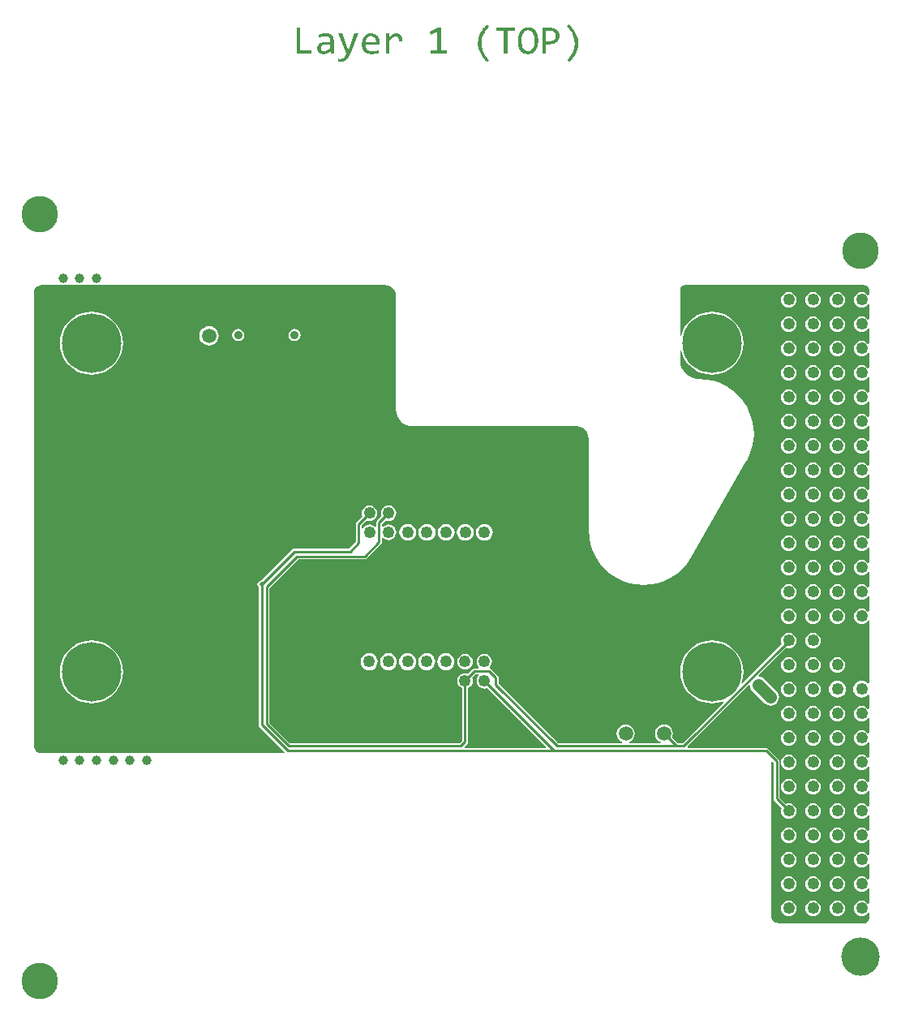
<source format=gtl>
G04 Layer_Physical_Order=1*
G04 Layer_Color=255*
%FSLAX25Y25*%
%MOIN*%
G70*
G01*
G75*
%ADD10C,0.01000*%
%ADD11C,0.05000*%
%ADD12C,0.03937*%
%ADD13C,0.15748*%
%ADD14C,0.15000*%
%ADD15C,0.24400*%
%ADD16C,0.04921*%
%ADD17C,0.03543*%
%ADD18C,0.05906*%
%ADD19C,0.01969*%
G36*
X-7426Y250641D02*
Y250623D01*
X-7444Y250586D01*
X-7462Y250531D01*
X-7499Y250459D01*
X-7590Y250240D01*
X-7699Y249985D01*
X-7845Y249693D01*
X-7991Y249365D01*
X-8155Y249037D01*
X-8337Y248728D01*
X-8355Y248691D01*
X-8410Y248600D01*
X-8501Y248436D01*
X-8628Y248254D01*
X-8774Y248035D01*
X-8956Y247817D01*
X-9138Y247598D01*
X-9339Y247379D01*
X-9357Y247361D01*
X-9430Y247288D01*
X-9539Y247197D01*
X-9685Y247088D01*
X-9867Y246960D01*
X-10068Y246833D01*
X-10305Y246723D01*
X-10541Y246614D01*
X-10578Y246596D01*
X-10651Y246578D01*
X-10796Y246541D01*
X-10979Y246486D01*
X-11197Y246432D01*
X-11434Y246395D01*
X-11726Y246377D01*
X-12017Y246359D01*
X-12272D01*
X-12418Y246377D01*
X-12637D01*
X-12783Y246395D01*
Y247689D01*
X-12746D01*
X-12673Y247671D01*
X-12546D01*
X-12400Y247653D01*
X-12363D01*
X-12254Y247634D01*
X-12108Y247616D01*
X-11799D01*
X-11708Y247634D01*
X-11452Y247671D01*
X-11197Y247744D01*
X-11179D01*
X-11143Y247762D01*
X-11070Y247798D01*
X-10979Y247835D01*
X-10778Y247944D01*
X-10560Y248108D01*
X-10541Y248126D01*
X-10505Y248163D01*
X-10450Y248217D01*
X-10378Y248290D01*
X-10286Y248381D01*
X-10177Y248509D01*
X-9977Y248782D01*
X-9958Y248800D01*
X-9922Y248855D01*
X-9867Y248946D01*
X-9794Y249056D01*
X-9721Y249201D01*
X-9630Y249383D01*
X-9521Y249566D01*
X-9430Y249766D01*
X-12710Y258002D01*
X-11088D01*
X-9011Y252536D01*
X-8592Y251260D01*
X-8118Y252572D01*
X-6187Y258002D01*
X-4620D01*
X-7426Y250641D01*
D02*
G37*
G36*
X74673Y260461D02*
X74910Y260443D01*
X75165Y260407D01*
X75712Y260297D01*
X75748D01*
X75840Y260261D01*
X75967Y260224D01*
X76149Y260152D01*
X76350Y260079D01*
X76550Y259969D01*
X76769Y259860D01*
X76987Y259714D01*
X77006Y259696D01*
X77078Y259641D01*
X77188Y259569D01*
X77315Y259441D01*
X77461Y259295D01*
X77607Y259131D01*
X77753Y258931D01*
X77880Y258712D01*
X77899Y258676D01*
X77935Y258603D01*
X77990Y258475D01*
X78044Y258293D01*
X78099Y258074D01*
X78154Y257819D01*
X78190Y257528D01*
X78208Y257200D01*
Y257163D01*
Y257091D01*
X78190Y256963D01*
X78172Y256799D01*
X78154Y256599D01*
X78099Y256362D01*
X78044Y256125D01*
X77953Y255888D01*
X77935Y255852D01*
X77917Y255779D01*
X77844Y255651D01*
X77771Y255505D01*
X77662Y255323D01*
X77534Y255141D01*
X77370Y254941D01*
X77188Y254740D01*
X77170Y254722D01*
X77097Y254649D01*
X76987Y254558D01*
X76842Y254449D01*
X76641Y254321D01*
X76423Y254175D01*
X76168Y254048D01*
X75876Y253920D01*
X75840Y253902D01*
X75730Y253866D01*
X75566Y253829D01*
X75329Y253774D01*
X75056Y253702D01*
X74728Y253665D01*
X74346Y253629D01*
X73945Y253610D01*
X72633D01*
Y249766D01*
X71175D01*
Y260479D01*
X74473D01*
X74673Y260461D01*
D02*
G37*
G36*
X59934Y259241D02*
X56763D01*
Y249766D01*
X55287D01*
Y259241D01*
X52117D01*
Y260479D01*
X59934D01*
Y259241D01*
D02*
G37*
G36*
X11286Y258129D02*
X11377D01*
X11505Y258111D01*
X11796Y258038D01*
X12106Y257947D01*
X12416Y257801D01*
X12725Y257582D01*
X12871Y257455D01*
X12999Y257309D01*
X13035Y257273D01*
X13054Y257218D01*
X13108Y257163D01*
X13145Y257072D01*
X13199Y256963D01*
X13272Y256836D01*
X13327Y256690D01*
X13381Y256526D01*
X13436Y256362D01*
X13491Y256161D01*
X13545Y255943D01*
X13582Y255688D01*
X13600Y255433D01*
X13618Y255159D01*
Y254868D01*
X12179D01*
Y254886D01*
Y254922D01*
Y254977D01*
Y255050D01*
X12161Y255232D01*
X12143Y255451D01*
X12106Y255706D01*
X12051Y255961D01*
X11960Y256216D01*
X11851Y256416D01*
X11833Y256435D01*
X11796Y256489D01*
X11705Y256580D01*
X11596Y256672D01*
X11450Y256744D01*
X11286Y256836D01*
X11086Y256890D01*
X10849Y256908D01*
X10740D01*
X10685Y256890D01*
X10503Y256872D01*
X10284Y256799D01*
X10266D01*
X10229Y256781D01*
X10175Y256763D01*
X10102Y256726D01*
X9901Y256617D01*
X9683Y256471D01*
X9664Y256453D01*
X9628Y256435D01*
X9573Y256380D01*
X9482Y256325D01*
X9282Y256125D01*
X9027Y255888D01*
X9009Y255870D01*
X8972Y255833D01*
X8899Y255761D01*
X8808Y255651D01*
X8699Y255524D01*
X8571Y255396D01*
X8444Y255232D01*
X8298Y255050D01*
Y249766D01*
X6859D01*
Y258002D01*
X8152D01*
X8189Y256471D01*
Y256489D01*
X8225Y256507D01*
X8316Y256617D01*
X8462Y256763D01*
X8644Y256963D01*
X8863Y257163D01*
X9100Y257382D01*
X9355Y257582D01*
X9628Y257747D01*
X9664Y257765D01*
X9756Y257801D01*
X9883Y257874D01*
X10084Y257947D01*
X10284Y258020D01*
X10539Y258093D01*
X10794Y258129D01*
X11067Y258147D01*
X11195D01*
X11286Y258129D01*
D02*
G37*
G36*
X44898Y-5350D02*
X44959Y-5661D01*
X44483Y-6280D01*
X44165Y-7049D01*
X44056Y-7874D01*
X44165Y-8699D01*
X44483Y-9468D01*
X44990Y-10128D01*
X45650Y-10635D01*
X46419Y-10953D01*
X47244Y-11062D01*
X48069Y-10953D01*
X48455Y-10793D01*
X72613Y-34952D01*
X72422Y-35414D01*
X39283D01*
X39091Y-34952D01*
X40235Y-33808D01*
X40501Y-33411D01*
X40594Y-32943D01*
Y-10788D01*
X40964Y-10635D01*
X41624Y-10128D01*
X42131Y-9468D01*
X42449Y-8699D01*
X42558Y-7874D01*
X42449Y-7049D01*
X42296Y-6679D01*
X43814Y-5161D01*
X44834D01*
X44898Y-5350D01*
D02*
G37*
G36*
X129811Y154696D02*
X192982D01*
Y154688D01*
X193044Y154696D01*
X203352D01*
X203415Y154688D01*
Y154688D01*
X203882Y154608D01*
X204199Y154545D01*
X204865Y154101D01*
X205309Y153436D01*
X205462Y152664D01*
X205460Y152651D01*
Y150760D01*
X204960Y150591D01*
X204665Y150975D01*
X204005Y151481D01*
X203236Y151800D01*
X202411Y151908D01*
X201586Y151800D01*
X200817Y151481D01*
X200157Y150975D01*
X199650Y150314D01*
X199332Y149546D01*
X199223Y148720D01*
X199332Y147895D01*
X199650Y147126D01*
X200157Y146466D01*
X200817Y145960D01*
X201586Y145641D01*
X202411Y145533D01*
X203236Y145641D01*
X204005Y145960D01*
X204665Y146466D01*
X204960Y146850D01*
X205460Y146681D01*
Y140760D01*
X204960Y140591D01*
X204665Y140975D01*
X204005Y141481D01*
X203236Y141800D01*
X202411Y141908D01*
X201586Y141800D01*
X200817Y141481D01*
X200157Y140975D01*
X199650Y140314D01*
X199332Y139546D01*
X199223Y138720D01*
X199332Y137895D01*
X199650Y137127D01*
X200157Y136466D01*
X200817Y135960D01*
X201586Y135641D01*
X202411Y135532D01*
X203236Y135641D01*
X204005Y135960D01*
X204665Y136466D01*
X204960Y136850D01*
X205460Y136681D01*
Y130760D01*
X204960Y130591D01*
X204665Y130975D01*
X204005Y131481D01*
X203236Y131800D01*
X202411Y131908D01*
X201586Y131800D01*
X200817Y131481D01*
X200157Y130975D01*
X199650Y130314D01*
X199332Y129545D01*
X199223Y128720D01*
X199332Y127895D01*
X199650Y127127D01*
X200157Y126466D01*
X200817Y125960D01*
X201586Y125641D01*
X202411Y125532D01*
X203236Y125641D01*
X204005Y125960D01*
X204665Y126466D01*
X204960Y126850D01*
X205460Y126681D01*
Y120760D01*
X204960Y120591D01*
X204665Y120975D01*
X204005Y121481D01*
X203236Y121800D01*
X202411Y121908D01*
X201586Y121800D01*
X200817Y121481D01*
X200157Y120975D01*
X199650Y120314D01*
X199332Y119545D01*
X199223Y118720D01*
X199332Y117895D01*
X199650Y117127D01*
X200157Y116466D01*
X200817Y115960D01*
X201586Y115641D01*
X202411Y115533D01*
X203236Y115641D01*
X204005Y115960D01*
X204665Y116466D01*
X204960Y116850D01*
X205460Y116681D01*
Y110760D01*
X204960Y110591D01*
X204665Y110975D01*
X204005Y111481D01*
X203236Y111800D01*
X202411Y111908D01*
X201586Y111800D01*
X200817Y111481D01*
X200157Y110975D01*
X199650Y110314D01*
X199332Y109546D01*
X199223Y108720D01*
X199332Y107895D01*
X199650Y107126D01*
X200157Y106466D01*
X200817Y105960D01*
X201586Y105641D01*
X202411Y105533D01*
X203236Y105641D01*
X204005Y105960D01*
X204665Y106466D01*
X204960Y106850D01*
X205460Y106681D01*
Y100760D01*
X204960Y100591D01*
X204665Y100975D01*
X204005Y101481D01*
X203236Y101800D01*
X202411Y101908D01*
X201586Y101800D01*
X200817Y101481D01*
X200157Y100975D01*
X199650Y100314D01*
X199332Y99546D01*
X199223Y98720D01*
X199332Y97895D01*
X199650Y97127D01*
X200157Y96466D01*
X200817Y95960D01*
X201586Y95641D01*
X202411Y95533D01*
X203236Y95641D01*
X204005Y95960D01*
X204665Y96466D01*
X204960Y96850D01*
X205460Y96681D01*
Y90760D01*
X204960Y90591D01*
X204665Y90975D01*
X204005Y91481D01*
X203236Y91800D01*
X202411Y91908D01*
X201586Y91800D01*
X200817Y91481D01*
X200157Y90975D01*
X199650Y90314D01*
X199332Y89546D01*
X199223Y88720D01*
X199332Y87895D01*
X199650Y87126D01*
X200157Y86466D01*
X200817Y85960D01*
X201586Y85641D01*
X202411Y85532D01*
X203236Y85641D01*
X204005Y85960D01*
X204665Y86466D01*
X204960Y86850D01*
X205460Y86681D01*
Y80760D01*
X204960Y80591D01*
X204665Y80975D01*
X204005Y81481D01*
X203236Y81800D01*
X202411Y81908D01*
X201586Y81800D01*
X200817Y81481D01*
X200157Y80975D01*
X199650Y80314D01*
X199332Y79545D01*
X199223Y78720D01*
X199332Y77895D01*
X199650Y77126D01*
X200157Y76466D01*
X200817Y75960D01*
X201586Y75641D01*
X202411Y75533D01*
X203236Y75641D01*
X204005Y75960D01*
X204665Y76466D01*
X204960Y76850D01*
X205460Y76681D01*
Y70760D01*
X204960Y70591D01*
X204665Y70975D01*
X204005Y71481D01*
X203236Y71800D01*
X202411Y71908D01*
X201586Y71800D01*
X200817Y71481D01*
X200157Y70975D01*
X199650Y70314D01*
X199332Y69546D01*
X199223Y68720D01*
X199332Y67895D01*
X199650Y67127D01*
X200157Y66466D01*
X200817Y65960D01*
X201586Y65641D01*
X202411Y65532D01*
X203236Y65641D01*
X204005Y65960D01*
X204665Y66466D01*
X204960Y66850D01*
X205460Y66681D01*
Y60760D01*
X204960Y60591D01*
X204665Y60975D01*
X204005Y61481D01*
X203236Y61800D01*
X202411Y61908D01*
X201586Y61800D01*
X200817Y61481D01*
X200157Y60975D01*
X199650Y60314D01*
X199332Y59545D01*
X199223Y58720D01*
X199332Y57895D01*
X199650Y57126D01*
X200157Y56466D01*
X200817Y55960D01*
X201586Y55641D01*
X202411Y55532D01*
X203236Y55641D01*
X204005Y55960D01*
X204665Y56466D01*
X204960Y56850D01*
X205460Y56681D01*
Y50760D01*
X204960Y50591D01*
X204665Y50975D01*
X204005Y51481D01*
X203236Y51800D01*
X202411Y51908D01*
X201586Y51800D01*
X200817Y51481D01*
X200157Y50975D01*
X199650Y50314D01*
X199332Y49545D01*
X199223Y48720D01*
X199332Y47895D01*
X199650Y47126D01*
X200157Y46466D01*
X200817Y45960D01*
X201586Y45641D01*
X202411Y45533D01*
X203236Y45641D01*
X204005Y45960D01*
X204665Y46466D01*
X204960Y46850D01*
X205460Y46681D01*
Y40760D01*
X204960Y40591D01*
X204665Y40975D01*
X204005Y41481D01*
X203236Y41800D01*
X202411Y41908D01*
X201586Y41800D01*
X200817Y41481D01*
X200157Y40975D01*
X199650Y40314D01*
X199332Y39546D01*
X199223Y38720D01*
X199332Y37895D01*
X199650Y37126D01*
X200157Y36466D01*
X200817Y35960D01*
X201586Y35641D01*
X202411Y35533D01*
X203236Y35641D01*
X204005Y35960D01*
X204665Y36466D01*
X204960Y36850D01*
X205460Y36681D01*
Y30760D01*
X204960Y30591D01*
X204665Y30975D01*
X204005Y31481D01*
X203236Y31800D01*
X202411Y31908D01*
X201586Y31800D01*
X200817Y31481D01*
X200157Y30975D01*
X199650Y30314D01*
X199332Y29546D01*
X199223Y28720D01*
X199332Y27895D01*
X199650Y27127D01*
X200157Y26466D01*
X200817Y25960D01*
X201586Y25641D01*
X202411Y25532D01*
X203236Y25641D01*
X204005Y25960D01*
X204665Y26466D01*
X204960Y26850D01*
X205460Y26681D01*
Y20760D01*
X204960Y20591D01*
X204665Y20975D01*
X204005Y21481D01*
X203236Y21800D01*
X202411Y21908D01*
X201586Y21800D01*
X200817Y21481D01*
X200157Y20975D01*
X199650Y20314D01*
X199332Y19545D01*
X199223Y18720D01*
X199332Y17895D01*
X199650Y17127D01*
X200157Y16466D01*
X200817Y15960D01*
X201586Y15641D01*
X202411Y15532D01*
X203236Y15641D01*
X204005Y15960D01*
X204665Y16466D01*
X204960Y16850D01*
X205460Y16681D01*
Y-8747D01*
X204960Y-8917D01*
X204879Y-8811D01*
X204156Y-8257D01*
X203314Y-7908D01*
X202411Y-7789D01*
X201507Y-7908D01*
X200666Y-8257D01*
X199943Y-8811D01*
X199388Y-9534D01*
X199039Y-10376D01*
X198921Y-11280D01*
X199039Y-12183D01*
X199388Y-13025D01*
X199943Y-13748D01*
X200666Y-14302D01*
X201507Y-14651D01*
X202411Y-14770D01*
X203314Y-14651D01*
X204156Y-14302D01*
X204879Y-13748D01*
X204960Y-13643D01*
X205460Y-13812D01*
Y-19240D01*
X204960Y-19409D01*
X204665Y-19025D01*
X204005Y-18519D01*
X203236Y-18200D01*
X202411Y-18092D01*
X201586Y-18200D01*
X200817Y-18519D01*
X200157Y-19025D01*
X199650Y-19686D01*
X199332Y-20455D01*
X199223Y-21280D01*
X199332Y-22105D01*
X199650Y-22873D01*
X200157Y-23534D01*
X200817Y-24040D01*
X201586Y-24359D01*
X202411Y-24467D01*
X203236Y-24359D01*
X204005Y-24040D01*
X204665Y-23534D01*
X204960Y-23150D01*
X205460Y-23319D01*
Y-29240D01*
X204960Y-29409D01*
X204665Y-29025D01*
X204005Y-28519D01*
X203236Y-28200D01*
X202411Y-28092D01*
X201586Y-28200D01*
X200817Y-28519D01*
X200157Y-29025D01*
X199650Y-29686D01*
X199332Y-30454D01*
X199223Y-31280D01*
X199332Y-32105D01*
X199650Y-32873D01*
X200157Y-33534D01*
X200817Y-34040D01*
X201586Y-34359D01*
X202411Y-34468D01*
X203236Y-34359D01*
X204005Y-34040D01*
X204665Y-33534D01*
X204960Y-33150D01*
X205460Y-33319D01*
Y-39240D01*
X204960Y-39409D01*
X204665Y-39025D01*
X204005Y-38519D01*
X203236Y-38200D01*
X202411Y-38092D01*
X201586Y-38200D01*
X200817Y-38519D01*
X200157Y-39025D01*
X199650Y-39686D01*
X199332Y-40455D01*
X199223Y-41280D01*
X199332Y-42105D01*
X199650Y-42873D01*
X200157Y-43534D01*
X200817Y-44040D01*
X201586Y-44359D01*
X202411Y-44467D01*
X203236Y-44359D01*
X204005Y-44040D01*
X204665Y-43534D01*
X204960Y-43150D01*
X205460Y-43319D01*
Y-49240D01*
X204960Y-49409D01*
X204665Y-49025D01*
X204005Y-48519D01*
X203236Y-48200D01*
X202411Y-48092D01*
X201586Y-48200D01*
X200817Y-48519D01*
X200157Y-49025D01*
X199650Y-49686D01*
X199332Y-50454D01*
X199223Y-51280D01*
X199332Y-52105D01*
X199650Y-52873D01*
X200157Y-53534D01*
X200817Y-54040D01*
X201586Y-54359D01*
X202411Y-54467D01*
X203236Y-54359D01*
X204005Y-54040D01*
X204665Y-53534D01*
X204960Y-53150D01*
X205460Y-53319D01*
Y-59240D01*
X204960Y-59409D01*
X204665Y-59025D01*
X204005Y-58519D01*
X203236Y-58200D01*
X202411Y-58092D01*
X201586Y-58200D01*
X200817Y-58519D01*
X200157Y-59025D01*
X199650Y-59686D01*
X199332Y-60454D01*
X199223Y-61280D01*
X199332Y-62105D01*
X199650Y-62874D01*
X200157Y-63534D01*
X200817Y-64040D01*
X201586Y-64359D01*
X202411Y-64468D01*
X203236Y-64359D01*
X204005Y-64040D01*
X204665Y-63534D01*
X204960Y-63150D01*
X205460Y-63319D01*
Y-69240D01*
X204960Y-69409D01*
X204665Y-69025D01*
X204005Y-68519D01*
X203236Y-68200D01*
X202411Y-68092D01*
X201586Y-68200D01*
X200817Y-68519D01*
X200157Y-69025D01*
X199650Y-69686D01*
X199332Y-70455D01*
X199223Y-71280D01*
X199332Y-72105D01*
X199650Y-72874D01*
X200157Y-73534D01*
X200817Y-74040D01*
X201586Y-74359D01*
X202411Y-74467D01*
X203236Y-74359D01*
X204005Y-74040D01*
X204665Y-73534D01*
X204960Y-73150D01*
X205460Y-73319D01*
Y-79240D01*
X204960Y-79409D01*
X204665Y-79025D01*
X204005Y-78519D01*
X203236Y-78200D01*
X202411Y-78092D01*
X201586Y-78200D01*
X200817Y-78519D01*
X200157Y-79025D01*
X199650Y-79686D01*
X199332Y-80454D01*
X199223Y-81280D01*
X199332Y-82105D01*
X199650Y-82873D01*
X200157Y-83534D01*
X200817Y-84040D01*
X201586Y-84359D01*
X202411Y-84468D01*
X203236Y-84359D01*
X204005Y-84040D01*
X204665Y-83534D01*
X204960Y-83150D01*
X205460Y-83319D01*
Y-89240D01*
X204960Y-89409D01*
X204665Y-89025D01*
X204005Y-88519D01*
X203236Y-88200D01*
X202411Y-88092D01*
X201586Y-88200D01*
X200817Y-88519D01*
X200157Y-89025D01*
X199650Y-89686D01*
X199332Y-90455D01*
X199223Y-91280D01*
X199332Y-92105D01*
X199650Y-92874D01*
X200157Y-93534D01*
X200817Y-94040D01*
X201586Y-94359D01*
X202411Y-94468D01*
X203236Y-94359D01*
X204005Y-94040D01*
X204665Y-93534D01*
X204960Y-93150D01*
X205460Y-93319D01*
Y-99240D01*
X204960Y-99409D01*
X204665Y-99025D01*
X204005Y-98519D01*
X203236Y-98200D01*
X202411Y-98092D01*
X201586Y-98200D01*
X200817Y-98519D01*
X200157Y-99025D01*
X199650Y-99686D01*
X199332Y-100454D01*
X199223Y-101280D01*
X199332Y-102105D01*
X199650Y-102874D01*
X200157Y-103534D01*
X200817Y-104040D01*
X201586Y-104359D01*
X202411Y-104467D01*
X203236Y-104359D01*
X204005Y-104040D01*
X204665Y-103534D01*
X204960Y-103150D01*
X205460Y-103319D01*
Y-105407D01*
X205462Y-105420D01*
X205309Y-106192D01*
X204865Y-106857D01*
X204199Y-107301D01*
X203882Y-107364D01*
X203415Y-107444D01*
X202918Y-107452D01*
X193044D01*
X192982Y-107444D01*
Y-107452D01*
X168376D01*
Y-107444D01*
X167569Y-107338D01*
X166818Y-107027D01*
X166173Y-106532D01*
X165678Y-105887D01*
X165367Y-105136D01*
X165261Y-104330D01*
X165253D01*
Y-42324D01*
X165278D01*
X165118Y-41109D01*
X165150Y-41071D01*
X165565Y-40849D01*
X166168Y-41452D01*
Y-56260D01*
X166261Y-56728D01*
X166526Y-57125D01*
X169485Y-60084D01*
X169332Y-60454D01*
X169223Y-61280D01*
X169332Y-62105D01*
X169650Y-62874D01*
X170157Y-63534D01*
X170817Y-64040D01*
X171586Y-64359D01*
X172411Y-64468D01*
X173236Y-64359D01*
X174005Y-64040D01*
X174665Y-63534D01*
X175172Y-62874D01*
X175490Y-62105D01*
X175599Y-61280D01*
X175490Y-60454D01*
X175172Y-59686D01*
X174665Y-59025D01*
X174005Y-58519D01*
X173236Y-58200D01*
X172411Y-58092D01*
X171586Y-58200D01*
X171215Y-58354D01*
X168615Y-55753D01*
Y-40945D01*
X168522Y-40477D01*
X168256Y-40080D01*
X163949Y-35772D01*
X163552Y-35507D01*
X163084Y-35414D01*
X130911D01*
X130719Y-34952D01*
X156014Y-9657D01*
X156051Y-9656D01*
X156534Y-9845D01*
X156626Y-10551D01*
X156979Y-11402D01*
X157540Y-12133D01*
X162466Y-17059D01*
X163197Y-17620D01*
X164049Y-17973D01*
X164962Y-18093D01*
X165876Y-17973D01*
X166727Y-17620D01*
X167458Y-17059D01*
X168019Y-16328D01*
X168372Y-15477D01*
X168492Y-14563D01*
X168372Y-13649D01*
X168019Y-12798D01*
X167458Y-12067D01*
X162533Y-7141D01*
X162533Y-7141D01*
X161801Y-6580D01*
X160950Y-6227D01*
X160244Y-6134D01*
X160045Y-5627D01*
X171393Y5721D01*
X171586Y5641D01*
X172411Y5533D01*
X173236Y5641D01*
X174005Y5960D01*
X174665Y6466D01*
X175172Y7126D01*
X175490Y7895D01*
X175599Y8720D01*
X175490Y9545D01*
X175172Y10314D01*
X174665Y10975D01*
X174005Y11481D01*
X173236Y11800D01*
X172411Y11908D01*
X171586Y11800D01*
X170817Y11481D01*
X170157Y10975D01*
X169650Y10314D01*
X169332Y9545D01*
X169223Y8720D01*
X169332Y7895D01*
X169559Y7348D01*
X153377Y-8834D01*
X152961Y-8556D01*
X153118Y-8178D01*
X153592Y-6204D01*
X153751Y-4180D01*
X153592Y-2155D01*
X153118Y-181D01*
X152340Y1695D01*
X151279Y3426D01*
X149961Y4970D01*
X148417Y6289D01*
X146686Y7350D01*
X144810Y8127D01*
X142835Y8601D01*
X140811Y8760D01*
X138787Y8601D01*
X136812Y8127D01*
X134936Y7350D01*
X133205Y6289D01*
X131661Y4970D01*
X130342Y3426D01*
X129281Y1695D01*
X128504Y-181D01*
X128030Y-2155D01*
X127871Y-4180D01*
X128030Y-6204D01*
X128504Y-8178D01*
X129281Y-10054D01*
X130342Y-11785D01*
X131661Y-13329D01*
X133205Y-14648D01*
X134936Y-15709D01*
X136812Y-16486D01*
X138787Y-16960D01*
X140811Y-17120D01*
X142835Y-16960D01*
X144810Y-16486D01*
X145188Y-16330D01*
X145465Y-16745D01*
X128788Y-33422D01*
X126756D01*
X124434Y-31100D01*
X124690Y-30481D01*
X124816Y-29528D01*
X124690Y-28574D01*
X124322Y-27685D01*
X123737Y-26922D01*
X122974Y-26337D01*
X122085Y-25969D01*
X121131Y-25843D01*
X120178Y-25969D01*
X119289Y-26337D01*
X118526Y-26922D01*
X117941Y-27685D01*
X117573Y-28574D01*
X117447Y-29528D01*
X117573Y-30481D01*
X117941Y-31370D01*
X118526Y-32133D01*
X119289Y-32718D01*
X119782Y-32922D01*
X119682Y-33422D01*
X106833D01*
X106733Y-32922D01*
X107226Y-32718D01*
X107989Y-32133D01*
X108574Y-31370D01*
X108942Y-30481D01*
X109068Y-29528D01*
X108942Y-28574D01*
X108574Y-27685D01*
X107989Y-26922D01*
X107226Y-26337D01*
X106337Y-25969D01*
X105383Y-25843D01*
X104430Y-25969D01*
X103541Y-26337D01*
X102778Y-26922D01*
X102193Y-27685D01*
X101825Y-28574D01*
X101699Y-29528D01*
X101825Y-30481D01*
X102193Y-31370D01*
X102778Y-32133D01*
X103541Y-32718D01*
X104034Y-32922D01*
X103934Y-33422D01*
X77642D01*
X53173Y-8953D01*
Y-6606D01*
X53080Y-6137D01*
X52815Y-5740D01*
X50146Y-3072D01*
X49749Y-2807D01*
X49630Y-2783D01*
X49498Y-2254D01*
X50005Y-1594D01*
X50323Y-825D01*
X50432Y0D01*
X50323Y825D01*
X50005Y1594D01*
X49498Y2254D01*
X48838Y2761D01*
X48069Y3079D01*
X47244Y3188D01*
X46419Y3079D01*
X45650Y2761D01*
X44990Y2254D01*
X44483Y1594D01*
X44165Y825D01*
X44056Y0D01*
X44165Y-825D01*
X44483Y-1594D01*
X44959Y-2214D01*
X44899Y-2523D01*
X44834Y-2713D01*
X43307D01*
X42839Y-2807D01*
X42442Y-3072D01*
X40566Y-4948D01*
X40195Y-4795D01*
X39370Y-4686D01*
X38545Y-4795D01*
X37776Y-5113D01*
X37116Y-5620D01*
X36609Y-6280D01*
X36291Y-7049D01*
X36182Y-7874D01*
X36291Y-8699D01*
X36609Y-9468D01*
X37116Y-10128D01*
X37776Y-10635D01*
X38147Y-10788D01*
Y-32436D01*
X37160Y-33422D01*
X-32693D01*
X-41031Y-25084D01*
Y30202D01*
X-29149Y42083D01*
X-1900D01*
X-1432Y42177D01*
X-1035Y42442D01*
X4871Y48347D01*
X5136Y48744D01*
X5229Y49213D01*
Y50740D01*
X5419Y50804D01*
X5729Y50864D01*
X6348Y50389D01*
X7117Y50070D01*
X7942Y49962D01*
X8767Y50070D01*
X9536Y50389D01*
X10197Y50895D01*
X10703Y51556D01*
X11022Y52324D01*
X11130Y53150D01*
X11022Y53975D01*
X10703Y54743D01*
X10197Y55404D01*
X9536Y55910D01*
X8767Y56229D01*
X7942Y56337D01*
X7117Y56229D01*
X6348Y55910D01*
X5729Y55435D01*
X5419Y55495D01*
X5229Y55560D01*
Y56580D01*
X6747Y58098D01*
X7117Y57944D01*
X7942Y57836D01*
X8767Y57944D01*
X9536Y58263D01*
X10197Y58769D01*
X10703Y59430D01*
X11022Y60198D01*
X11130Y61024D01*
X11022Y61849D01*
X10703Y62617D01*
X10197Y63278D01*
X9536Y63784D01*
X8767Y64103D01*
X7942Y64211D01*
X7117Y64103D01*
X6348Y63784D01*
X5688Y63278D01*
X5182Y62617D01*
X4863Y61849D01*
X4755Y61024D01*
X4863Y60198D01*
X5017Y59828D01*
X3140Y57952D01*
X2875Y57555D01*
X2782Y57087D01*
Y55560D01*
X2592Y55495D01*
X2282Y55435D01*
X1662Y55910D01*
X893Y56229D01*
X68Y56337D01*
X-757Y56229D01*
X-1526Y55910D01*
X-2186Y55404D01*
X-2614Y54846D01*
X-3056Y54944D01*
X-3114Y54976D01*
Y56111D01*
X-1127Y58098D01*
X-757Y57944D01*
X68Y57836D01*
X893Y57944D01*
X1662Y58263D01*
X2323Y58769D01*
X2829Y59430D01*
X3148Y60198D01*
X3256Y61024D01*
X3148Y61849D01*
X2829Y62617D01*
X2323Y63278D01*
X1662Y63784D01*
X893Y64103D01*
X68Y64211D01*
X-757Y64103D01*
X-1526Y63784D01*
X-2186Y63278D01*
X-2692Y62617D01*
X-3011Y61849D01*
X-3119Y61024D01*
X-3011Y60198D01*
X-2857Y59828D01*
X-5202Y57483D01*
X-5468Y57086D01*
X-5561Y56618D01*
Y49251D01*
X-8312Y46499D01*
X-30837D01*
X-31305Y46406D01*
X-31702Y46141D01*
X-44430Y33413D01*
X-44941Y33311D01*
X-45499Y32939D01*
X-45871Y32382D01*
X-46002Y31724D01*
X-45871Y31067D01*
X-45499Y30510D01*
X-45478Y30496D01*
Y-25995D01*
X-45385Y-26463D01*
X-45120Y-26860D01*
X-34909Y-37070D01*
X-35116Y-37570D01*
X-84577D01*
Y-37562D01*
X-84640Y-37570D01*
X-133727D01*
X-133790Y-37562D01*
Y-37570D01*
X-133795Y-37571D01*
X-134773D01*
Y-37564D01*
X-135579Y-37457D01*
X-136330Y-37146D01*
X-136976Y-36651D01*
X-137470Y-36006D01*
X-137782Y-35255D01*
X-137888Y-34449D01*
X-137895D01*
Y151574D01*
X-137889D01*
X-137783Y152380D01*
X-137471Y153131D01*
X-136977Y153776D01*
X-136331Y154271D01*
X-135580Y154582D01*
X-134774Y154688D01*
Y154696D01*
X-133790D01*
Y154688D01*
X-133727Y154696D01*
X-104325D01*
X-104262Y154688D01*
Y154696D01*
X6551D01*
X6562Y154698D01*
X7696Y154549D01*
X8763Y154107D01*
X9679Y153404D01*
X10383Y152488D01*
X10824Y151421D01*
X10974Y150286D01*
X10972Y150276D01*
Y103505D01*
X10954D01*
X11085Y102178D01*
X11473Y100901D01*
X12101Y99725D01*
X12948Y98693D01*
X13979Y97847D01*
X15155Y97218D01*
X16432Y96831D01*
X17759Y96700D01*
Y96717D01*
X85111D01*
X85139Y96723D01*
X86431Y96553D01*
X87660Y96044D01*
X88717Y95233D01*
X89527Y94177D01*
X90036Y92947D01*
X90206Y91656D01*
X90201Y91628D01*
X90230Y91482D01*
Y53960D01*
X90197D01*
X90390Y51023D01*
X90964Y48136D01*
X91910Y45349D01*
X93212Y42709D01*
X94847Y40262D01*
X96788Y38049D01*
X99001Y36108D01*
X101448Y34473D01*
X104088Y33171D01*
X106875Y32225D01*
X109762Y31651D01*
X112699Y31458D01*
X115636Y31651D01*
X118523Y32225D01*
X121310Y33171D01*
X123950Y34473D01*
X126397Y36108D01*
X128610Y38049D01*
X130551Y40262D01*
X132186Y42709D01*
X132158Y42725D01*
X132158Y42725D01*
X155022Y82326D01*
X155066Y82338D01*
X155066D01*
X156368Y84978D01*
X157314Y87765D01*
X157888Y90652D01*
X158081Y93589D01*
X157888Y96526D01*
X157314Y99413D01*
X156368Y102200D01*
X155066Y104840D01*
X153431Y107287D01*
X151490Y109500D01*
X149277Y111441D01*
X146830Y113076D01*
X144190Y114378D01*
X141403Y115324D01*
X138516Y115898D01*
X135579Y116091D01*
Y116091D01*
X135084Y116104D01*
X134048Y116206D01*
X132575Y116652D01*
X131218Y117378D01*
X130029Y118354D01*
X129052Y119543D01*
X128327Y120900D01*
X127881Y122373D01*
X127775Y123442D01*
X127733Y123924D01*
X127733Y123925D01*
X127733Y124422D01*
Y127892D01*
X128233Y127951D01*
X128504Y126822D01*
X129281Y124946D01*
X130342Y123215D01*
X131661Y121671D01*
X133205Y120352D01*
X134936Y119291D01*
X136812Y118514D01*
X138787Y118040D01*
X140811Y117880D01*
X142835Y118040D01*
X144810Y118514D01*
X146686Y119291D01*
X148417Y120352D01*
X149961Y121671D01*
X151279Y123215D01*
X152340Y124946D01*
X153118Y126822D01*
X153592Y128796D01*
X153751Y130820D01*
X153592Y132845D01*
X153118Y134819D01*
X152340Y136695D01*
X151279Y138426D01*
X149961Y139970D01*
X148417Y141289D01*
X146686Y142350D01*
X144810Y143127D01*
X142835Y143601D01*
X140811Y143760D01*
X138787Y143601D01*
X136812Y143127D01*
X134936Y142350D01*
X133205Y141289D01*
X131661Y139970D01*
X130342Y138426D01*
X129281Y136695D01*
X128504Y134819D01*
X128233Y133690D01*
X127733Y133749D01*
Y152486D01*
X127766Y152651D01*
X127763Y152664D01*
X127917Y153436D01*
X128361Y154101D01*
X129026Y154545D01*
X129798Y154699D01*
X129811Y154696D01*
D02*
G37*
G36*
X29488Y251096D02*
X31875D01*
Y249766D01*
X25152D01*
Y251096D01*
X27903D01*
Y258913D01*
X25334Y257528D01*
X24824Y258749D01*
X28212Y260534D01*
X29488D01*
Y251096D01*
D02*
G37*
G36*
X992Y258129D02*
X1192Y258111D01*
X1429Y258074D01*
X1684Y258038D01*
X1939Y257965D01*
X2194Y257874D01*
X2231Y257856D01*
X2304Y257819D01*
X2431Y257765D01*
X2595Y257674D01*
X2759Y257564D01*
X2960Y257437D01*
X3142Y257273D01*
X3324Y257091D01*
X3342Y257072D01*
X3397Y256999D01*
X3488Y256890D01*
X3579Y256763D01*
X3688Y256580D01*
X3816Y256380D01*
X3925Y256143D01*
X4016Y255888D01*
X4035Y255852D01*
X4053Y255761D01*
X4089Y255615D01*
X4144Y255433D01*
X4180Y255196D01*
X4217Y254941D01*
X4235Y254649D01*
X4253Y254321D01*
Y254303D01*
Y254267D01*
Y254212D01*
Y254139D01*
Y253975D01*
X4235Y253793D01*
Y253756D01*
Y253665D01*
Y253556D01*
X4217Y253428D01*
X-1559D01*
Y253410D01*
Y253374D01*
Y253301D01*
X-1541Y253228D01*
Y253119D01*
X-1522Y252991D01*
X-1468Y252699D01*
X-1395Y252390D01*
X-1268Y252062D01*
X-1103Y251752D01*
X-867Y251479D01*
X-830Y251442D01*
X-739Y251370D01*
X-575Y251260D01*
X-338Y251151D01*
X-47Y251023D01*
X299Y250914D01*
X700Y250841D01*
X1174Y250805D01*
X1630D01*
X1885Y250823D01*
X1939D01*
X2012Y250841D01*
X2103D01*
X2340Y250877D01*
X2577Y250896D01*
X2595D01*
X2632Y250914D01*
X2705D01*
X2796Y250932D01*
X2996Y250969D01*
X3233Y251005D01*
X3251D01*
X3288Y251023D01*
X3342Y251042D01*
X3415Y251060D01*
X3616Y251096D01*
X3816Y251151D01*
Y249985D01*
X3798D01*
X3707Y249967D01*
X3597Y249930D01*
X3433Y249894D01*
X3233Y249857D01*
X3014Y249803D01*
X2759Y249766D01*
X2486Y249730D01*
X2449D01*
X2358Y249711D01*
X2213Y249693D01*
X2030Y249675D01*
X1794Y249657D01*
X1538Y249639D01*
X1265Y249620D01*
X791D01*
X591Y249639D01*
X354Y249657D01*
X63Y249693D01*
X-247Y249730D01*
X-557Y249803D01*
X-848Y249894D01*
X-885Y249912D01*
X-976Y249948D01*
X-1122Y250021D01*
X-1286Y250112D01*
X-1486Y250222D01*
X-1705Y250367D01*
X-1905Y250531D01*
X-2106Y250732D01*
X-2124Y250750D01*
X-2179Y250823D01*
X-2269Y250950D01*
X-2379Y251096D01*
X-2506Y251297D01*
X-2616Y251515D01*
X-2743Y251788D01*
X-2834Y252062D01*
Y252080D01*
Y252098D01*
X-2871Y252208D01*
X-2907Y252372D01*
X-2944Y252590D01*
X-2980Y252864D01*
X-3017Y253155D01*
X-3035Y253501D01*
X-3053Y253866D01*
Y253884D01*
Y253902D01*
Y254011D01*
X-3035Y254175D01*
X-3017Y254394D01*
X-2998Y254631D01*
X-2944Y254904D01*
X-2889Y255196D01*
X-2816Y255487D01*
Y255505D01*
X-2798Y255524D01*
X-2761Y255615D01*
X-2707Y255761D01*
X-2634Y255961D01*
X-2525Y256161D01*
X-2397Y256398D01*
X-2251Y256635D01*
X-2087Y256854D01*
X-2069Y256872D01*
X-1996Y256945D01*
X-1887Y257054D01*
X-1759Y257200D01*
X-1577Y257346D01*
X-1377Y257510D01*
X-1158Y257655D01*
X-903Y257801D01*
X-867Y257819D01*
X-776Y257856D01*
X-630Y257910D01*
X-448Y257983D01*
X-211Y258038D01*
X63Y258093D01*
X354Y258129D01*
X682Y258147D01*
X828D01*
X992Y258129D01*
D02*
G37*
G36*
X65709Y260625D02*
X65946Y260589D01*
X66238Y260552D01*
X66529Y260479D01*
X66839Y260388D01*
X67130Y260261D01*
X67167Y260243D01*
X67258Y260188D01*
X67404Y260097D01*
X67586Y259987D01*
X67786Y259824D01*
X67987Y259641D01*
X68205Y259423D01*
X68406Y259168D01*
X68424Y259131D01*
X68497Y259040D01*
X68588Y258894D01*
X68697Y258694D01*
X68825Y258439D01*
X68952Y258147D01*
X69062Y257819D01*
X69171Y257455D01*
Y257437D01*
X69189Y257418D01*
Y257364D01*
X69208Y257273D01*
X69226Y257182D01*
X69244Y257072D01*
X69299Y256799D01*
X69353Y256471D01*
X69390Y256088D01*
X69408Y255651D01*
X69426Y255196D01*
Y255177D01*
Y255141D01*
Y255050D01*
Y254959D01*
X69408Y254831D01*
Y254685D01*
X69390Y254339D01*
X69335Y253957D01*
X69280Y253538D01*
X69189Y253119D01*
X69080Y252699D01*
Y252681D01*
X69062Y252645D01*
X69043Y252590D01*
X69025Y252517D01*
X68934Y252335D01*
X68843Y252080D01*
X68697Y251807D01*
X68552Y251515D01*
X68351Y251224D01*
X68151Y250950D01*
X68133Y250914D01*
X68060Y250841D01*
X67932Y250714D01*
X67768Y250568D01*
X67568Y250404D01*
X67349Y250240D01*
X67094Y250094D01*
X66803Y249948D01*
X66766Y249930D01*
X66675Y249894D01*
X66511Y249839D01*
X66311Y249784D01*
X66074Y249730D01*
X65800Y249675D01*
X65491Y249639D01*
X65181Y249620D01*
X64999D01*
X64816Y249639D01*
X64561Y249675D01*
X64288Y249711D01*
X63978Y249766D01*
X63669Y249857D01*
X63377Y249985D01*
X63341Y250003D01*
X63250Y250058D01*
X63104Y250149D01*
X62940Y250258D01*
X62721Y250422D01*
X62521Y250604D01*
X62302Y250823D01*
X62102Y251060D01*
X62084Y251096D01*
X62011Y251187D01*
X61919Y251333D01*
X61810Y251534D01*
X61701Y251788D01*
X61573Y252080D01*
X61464Y252408D01*
X61355Y252772D01*
Y252791D01*
X61336Y252827D01*
Y252882D01*
X61318Y252955D01*
X61300Y253046D01*
X61282Y253155D01*
X61245Y253447D01*
X61191Y253774D01*
X61154Y254175D01*
X61136Y254613D01*
X61118Y255068D01*
Y255086D01*
Y255123D01*
Y255214D01*
Y255305D01*
X61136Y255433D01*
Y255578D01*
X61154Y255906D01*
X61191Y256307D01*
X61264Y256708D01*
X61336Y257145D01*
X61446Y257546D01*
Y257564D01*
X61464Y257601D01*
X61482Y257655D01*
X61501Y257728D01*
X61573Y257910D01*
X61683Y258166D01*
X61810Y258439D01*
X61974Y258730D01*
X62156Y259004D01*
X62357Y259277D01*
X62375Y259313D01*
X62466Y259386D01*
X62575Y259514D01*
X62739Y259660D01*
X62940Y259824D01*
X63177Y260006D01*
X63432Y260152D01*
X63705Y260297D01*
X63741Y260315D01*
X63833Y260352D01*
X63997Y260407D01*
X64197Y260479D01*
X64434Y260534D01*
X64725Y260589D01*
X65017Y260625D01*
X65345Y260644D01*
X65509D01*
X65709Y260625D01*
D02*
G37*
G36*
X49275Y261117D02*
X49238Y261081D01*
X49147Y260971D01*
X48983Y260807D01*
X48783Y260571D01*
X48528Y260279D01*
X48273Y259933D01*
X47981Y259514D01*
X47690Y259076D01*
X47380Y258585D01*
X47088Y258038D01*
X46833Y257473D01*
X46578Y256854D01*
X46378Y256216D01*
X46232Y255560D01*
X46123Y254868D01*
X46105Y254521D01*
X46086Y254157D01*
Y254139D01*
Y254066D01*
Y253975D01*
X46105Y253829D01*
Y253665D01*
X46123Y253465D01*
X46159Y253246D01*
X46196Y252991D01*
X46232Y252718D01*
X46287Y252445D01*
X46433Y251825D01*
X46633Y251169D01*
X46742Y250841D01*
X46888Y250513D01*
X46906Y250495D01*
X46924Y250440D01*
X46979Y250349D01*
X47034Y250222D01*
X47125Y250058D01*
X47234Y249875D01*
X47344Y249675D01*
X47489Y249438D01*
X47653Y249201D01*
X47817Y248946D01*
X48018Y248673D01*
X48236Y248381D01*
X48473Y248090D01*
X48710Y247798D01*
X48983Y247507D01*
X49275Y247215D01*
X48400Y246322D01*
X48382Y246341D01*
X48364Y246359D01*
X48309Y246414D01*
X48236Y246486D01*
X48145Y246578D01*
X48054Y246669D01*
X47817Y246942D01*
X47526Y247270D01*
X47216Y247653D01*
X46870Y248108D01*
X46524Y248600D01*
X46159Y249147D01*
X45831Y249748D01*
X45503Y250386D01*
X45212Y251060D01*
X44975Y251770D01*
X44793Y252499D01*
X44720Y252882D01*
X44665Y253264D01*
X44647Y253647D01*
X44629Y254048D01*
Y254066D01*
Y254102D01*
Y254139D01*
Y254212D01*
X44647Y254412D01*
Y254667D01*
X44683Y254977D01*
X44720Y255305D01*
X44756Y255669D01*
X44829Y256034D01*
Y256052D01*
X44847Y256070D01*
Y256125D01*
X44866Y256198D01*
X44920Y256398D01*
X44993Y256653D01*
X45066Y256945D01*
X45175Y257273D01*
X45321Y257637D01*
X45467Y258002D01*
Y258020D01*
X45485Y258056D01*
X45522Y258093D01*
X45558Y258166D01*
X45649Y258366D01*
X45795Y258621D01*
X45959Y258931D01*
X46159Y259259D01*
X46396Y259623D01*
X46651Y259987D01*
Y260006D01*
X46688Y260042D01*
X46724Y260079D01*
X46779Y260152D01*
X46943Y260352D01*
X47143Y260607D01*
X47416Y260917D01*
X47708Y261245D01*
X48054Y261609D01*
X48437Y261974D01*
X49275Y261117D01*
D02*
G37*
G36*
X82126Y261955D02*
X82144Y261937D01*
X82198Y261882D01*
X82271Y261809D01*
X82362Y261718D01*
X82453Y261627D01*
X82709Y261354D01*
X82982Y261026D01*
X83310Y260644D01*
X83656Y260188D01*
X84002Y259678D01*
X84348Y259131D01*
X84694Y258530D01*
X85022Y257874D01*
X85314Y257200D01*
X85551Y256489D01*
X85733Y255742D01*
X85806Y255360D01*
X85861Y254977D01*
X85879Y254576D01*
X85897Y254175D01*
Y254157D01*
Y254139D01*
Y254084D01*
Y254030D01*
Y253847D01*
X85879Y253610D01*
X85861Y253337D01*
X85824Y253028D01*
X85769Y252681D01*
X85715Y252335D01*
Y252317D01*
Y252299D01*
X85697Y252244D01*
X85678Y252171D01*
X85642Y251989D01*
X85569Y251734D01*
X85478Y251442D01*
X85369Y251114D01*
X85241Y250768D01*
X85095Y250404D01*
Y250386D01*
X85077Y250367D01*
X85059Y250313D01*
X85022Y250240D01*
X84913Y250039D01*
X84786Y249784D01*
X84622Y249475D01*
X84403Y249147D01*
X84184Y248782D01*
X83911Y248400D01*
Y248381D01*
X83875Y248345D01*
X83838Y248290D01*
X83784Y248217D01*
X83711Y248126D01*
X83619Y248017D01*
X83401Y247744D01*
X83146Y247434D01*
X82836Y247088D01*
X82472Y246705D01*
X82071Y246322D01*
X81251Y247179D01*
X81269Y247197D01*
X81324Y247252D01*
X81397Y247343D01*
X81506Y247452D01*
X81652Y247598D01*
X81797Y247780D01*
X81962Y247962D01*
X82144Y248181D01*
X82326Y248418D01*
X82526Y248673D01*
X82927Y249238D01*
X83292Y249839D01*
X83456Y250167D01*
X83619Y250477D01*
X83638Y250495D01*
X83656Y250550D01*
X83692Y250641D01*
X83747Y250768D01*
X83802Y250932D01*
X83875Y251114D01*
X83947Y251333D01*
X84020Y251570D01*
X84093Y251825D01*
X84166Y252098D01*
X84294Y252718D01*
X84385Y253374D01*
X84421Y253720D01*
Y254066D01*
Y254084D01*
Y254102D01*
Y254157D01*
Y254248D01*
X84403Y254339D01*
Y254449D01*
X84367Y254722D01*
X84330Y255068D01*
X84257Y255469D01*
X84148Y255906D01*
X84020Y256398D01*
X83856Y256927D01*
X83656Y257491D01*
X83383Y258074D01*
X83091Y258676D01*
X82727Y259277D01*
X82289Y259878D01*
X81816Y260498D01*
X81542Y260789D01*
X81251Y261081D01*
X82107Y261974D01*
X82126Y261955D01*
D02*
G37*
G36*
X-28342Y251005D02*
X-23642D01*
Y249766D01*
X-29818D01*
Y260479D01*
X-28342D01*
Y251005D01*
D02*
G37*
G36*
X-17374Y258129D02*
X-17174Y258111D01*
X-16937Y258074D01*
X-16481Y257983D01*
X-16463D01*
X-16372Y257947D01*
X-16262Y257910D01*
X-16135Y257856D01*
X-15971Y257783D01*
X-15807Y257692D01*
X-15643Y257601D01*
X-15479Y257473D01*
X-15461Y257455D01*
X-15406Y257418D01*
X-15333Y257346D01*
X-15242Y257255D01*
X-15133Y257127D01*
X-15024Y256981D01*
X-14932Y256817D01*
X-14841Y256635D01*
X-14823Y256617D01*
X-14805Y256544D01*
X-14769Y256435D01*
X-14714Y256289D01*
X-14677Y256125D01*
X-14641Y255906D01*
X-14623Y255688D01*
X-14604Y255433D01*
Y249766D01*
X-15898D01*
X-15935Y250859D01*
X-15971Y250823D01*
X-16044Y250750D01*
X-16190Y250641D01*
X-16354Y250495D01*
X-16572Y250349D01*
X-16791Y250185D01*
X-17046Y250039D01*
X-17301Y249912D01*
X-17337Y249894D01*
X-17429Y249875D01*
X-17556Y249821D01*
X-17738Y249766D01*
X-17957Y249711D01*
X-18212Y249675D01*
X-18467Y249639D01*
X-18759Y249620D01*
X-18868D01*
X-18995Y249639D01*
X-19160D01*
X-19360Y249657D01*
X-19560Y249693D01*
X-19961Y249784D01*
X-19979D01*
X-20034Y249821D01*
X-20125Y249857D01*
X-20253Y249912D01*
X-20508Y250076D01*
X-20781Y250276D01*
X-20799Y250294D01*
X-20836Y250331D01*
X-20890Y250404D01*
X-20963Y250495D01*
X-21036Y250604D01*
X-21127Y250732D01*
X-21255Y251023D01*
Y251042D01*
X-21273Y251096D01*
X-21291Y251187D01*
X-21328Y251297D01*
X-21346Y251442D01*
X-21382Y251606D01*
X-21401Y251953D01*
Y251971D01*
Y252007D01*
Y252080D01*
X-21382Y252153D01*
X-21364Y252262D01*
X-21346Y252390D01*
X-21291Y252663D01*
X-21182Y252973D01*
X-21018Y253301D01*
X-20909Y253465D01*
X-20781Y253610D01*
X-20653Y253756D01*
X-20490Y253902D01*
X-20471D01*
X-20453Y253939D01*
X-20398Y253975D01*
X-20307Y254011D01*
X-20216Y254066D01*
X-20107Y254121D01*
X-19961Y254194D01*
X-19797Y254267D01*
X-19615Y254321D01*
X-19415Y254394D01*
X-19196Y254449D01*
X-18941Y254503D01*
X-18686Y254540D01*
X-18394Y254576D01*
X-18085Y254613D01*
X-16044D01*
Y255323D01*
Y255360D01*
Y255451D01*
X-16062Y255578D01*
X-16098Y255742D01*
X-16153Y255925D01*
X-16244Y256125D01*
X-16354Y256307D01*
X-16518Y256489D01*
X-16536Y256507D01*
X-16609Y256562D01*
X-16718Y256635D01*
X-16864Y256708D01*
X-17064Y256781D01*
X-17319Y256854D01*
X-17611Y256908D01*
X-17939Y256927D01*
X-18194D01*
X-18376Y256908D01*
X-18595Y256890D01*
X-18813Y256854D01*
X-19323Y256763D01*
X-19360D01*
X-19433Y256726D01*
X-19579Y256690D01*
X-19742Y256653D01*
X-19961Y256580D01*
X-20198Y256507D01*
X-20453Y256416D01*
X-20708Y256325D01*
Y257619D01*
X-20690D01*
X-20653Y257637D01*
X-20617Y257655D01*
X-20544Y257674D01*
X-20362Y257728D01*
X-20125Y257801D01*
X-20107D01*
X-20071Y257819D01*
X-19998Y257838D01*
X-19906Y257856D01*
X-19670Y257910D01*
X-19415Y257965D01*
X-19396D01*
X-19342Y257983D01*
X-19269Y258002D01*
X-19178Y258020D01*
X-19068Y258038D01*
X-18941Y258056D01*
X-18649Y258093D01*
X-18631D01*
X-18576Y258111D01*
X-18504D01*
X-18394Y258129D01*
X-18267D01*
X-18139Y258147D01*
X-17556D01*
X-17374Y258129D01*
D02*
G37*
%LPC*%
G36*
X74109Y259259D02*
X72633D01*
Y254850D01*
X74109D01*
X74200Y254868D01*
X74309D01*
X74437Y254886D01*
X74710Y254922D01*
X75038Y254995D01*
X75366Y255086D01*
X75694Y255232D01*
X75985Y255414D01*
X76022Y255433D01*
X76095Y255524D01*
X76204Y255651D01*
X76350Y255833D01*
X76477Y256088D01*
X76587Y256380D01*
X76660Y256726D01*
X76696Y257127D01*
Y257145D01*
Y257163D01*
Y257218D01*
X76678Y257291D01*
X76660Y257473D01*
X76605Y257710D01*
X76532Y257965D01*
X76404Y258220D01*
X76240Y258475D01*
X76004Y258694D01*
X75967Y258712D01*
X75876Y258785D01*
X75730Y258876D01*
X75512Y258985D01*
X75238Y259076D01*
X74929Y259168D01*
X74546Y259241D01*
X74109Y259259D01*
D02*
G37*
G36*
X192411Y-28092D02*
X191586Y-28200D01*
X190817Y-28519D01*
X190157Y-29025D01*
X189650Y-29686D01*
X189332Y-30454D01*
X189223Y-31280D01*
X189332Y-32105D01*
X189650Y-32873D01*
X190157Y-33534D01*
X190817Y-34040D01*
X191586Y-34359D01*
X192411Y-34468D01*
X193236Y-34359D01*
X194005Y-34040D01*
X194665Y-33534D01*
X195172Y-32873D01*
X195490Y-32105D01*
X195599Y-31280D01*
X195490Y-30454D01*
X195172Y-29686D01*
X194665Y-29025D01*
X194005Y-28519D01*
X193236Y-28200D01*
X192411Y-28092D01*
D02*
G37*
G36*
X182411Y-18092D02*
X181586Y-18200D01*
X180817Y-18519D01*
X180157Y-19025D01*
X179650Y-19686D01*
X179332Y-20455D01*
X179223Y-21280D01*
X179332Y-22105D01*
X179650Y-22873D01*
X180157Y-23534D01*
X180817Y-24040D01*
X181586Y-24359D01*
X182411Y-24467D01*
X183236Y-24359D01*
X184005Y-24040D01*
X184665Y-23534D01*
X185172Y-22873D01*
X185490Y-22105D01*
X185599Y-21280D01*
X185490Y-20455D01*
X185172Y-19686D01*
X184665Y-19025D01*
X184005Y-18519D01*
X183236Y-18200D01*
X182411Y-18092D01*
D02*
G37*
G36*
X192411D02*
X191586Y-18200D01*
X190817Y-18519D01*
X190157Y-19025D01*
X189650Y-19686D01*
X189332Y-20455D01*
X189223Y-21280D01*
X189332Y-22105D01*
X189650Y-22873D01*
X190157Y-23534D01*
X190817Y-24040D01*
X191586Y-24359D01*
X192411Y-24467D01*
X193236Y-24359D01*
X194005Y-24040D01*
X194665Y-23534D01*
X195172Y-22873D01*
X195490Y-22105D01*
X195599Y-21280D01*
X195490Y-20455D01*
X195172Y-19686D01*
X194665Y-19025D01*
X194005Y-18519D01*
X193236Y-18200D01*
X192411Y-18092D01*
D02*
G37*
G36*
X172411D02*
X171586Y-18200D01*
X170817Y-18519D01*
X170157Y-19025D01*
X169650Y-19686D01*
X169332Y-20455D01*
X169223Y-21280D01*
X169332Y-22105D01*
X169650Y-22873D01*
X170157Y-23534D01*
X170817Y-24040D01*
X171586Y-24359D01*
X172411Y-24467D01*
X173236Y-24359D01*
X174005Y-24040D01*
X174665Y-23534D01*
X175172Y-22873D01*
X175490Y-22105D01*
X175599Y-21280D01*
X175490Y-20455D01*
X175172Y-19686D01*
X174665Y-19025D01*
X174005Y-18519D01*
X173236Y-18200D01*
X172411Y-18092D01*
D02*
G37*
G36*
X182411Y-28092D02*
X181586Y-28200D01*
X180817Y-28519D01*
X180157Y-29025D01*
X179650Y-29686D01*
X179332Y-30454D01*
X179223Y-31280D01*
X179332Y-32105D01*
X179650Y-32873D01*
X180157Y-33534D01*
X180817Y-34040D01*
X181586Y-34359D01*
X182411Y-34468D01*
X183236Y-34359D01*
X184005Y-34040D01*
X184665Y-33534D01*
X185172Y-32873D01*
X185490Y-32105D01*
X185599Y-31280D01*
X185490Y-30454D01*
X185172Y-29686D01*
X184665Y-29025D01*
X184005Y-28519D01*
X183236Y-28200D01*
X182411Y-28092D01*
D02*
G37*
G36*
Y-38092D02*
X181586Y-38200D01*
X180817Y-38519D01*
X180157Y-39025D01*
X179650Y-39686D01*
X179332Y-40455D01*
X179223Y-41280D01*
X179332Y-42105D01*
X179650Y-42873D01*
X180157Y-43534D01*
X180817Y-44040D01*
X181586Y-44359D01*
X182411Y-44467D01*
X183236Y-44359D01*
X184005Y-44040D01*
X184665Y-43534D01*
X185172Y-42873D01*
X185490Y-42105D01*
X185599Y-41280D01*
X185490Y-40455D01*
X185172Y-39686D01*
X184665Y-39025D01*
X184005Y-38519D01*
X183236Y-38200D01*
X182411Y-38092D01*
D02*
G37*
G36*
X172411D02*
X171586Y-38200D01*
X170817Y-38519D01*
X170157Y-39025D01*
X169650Y-39686D01*
X169332Y-40455D01*
X169223Y-41280D01*
X169332Y-42105D01*
X169650Y-42873D01*
X170157Y-43534D01*
X170817Y-44040D01*
X171586Y-44359D01*
X172411Y-44467D01*
X173236Y-44359D01*
X174005Y-44040D01*
X174665Y-43534D01*
X175172Y-42873D01*
X175490Y-42105D01*
X175599Y-41280D01*
X175490Y-40455D01*
X175172Y-39686D01*
X174665Y-39025D01*
X174005Y-38519D01*
X173236Y-38200D01*
X172411Y-38092D01*
D02*
G37*
G36*
Y-28092D02*
X171586Y-28200D01*
X170817Y-28519D01*
X170157Y-29025D01*
X169650Y-29686D01*
X169332Y-30454D01*
X169223Y-31280D01*
X169332Y-32105D01*
X169650Y-32873D01*
X170157Y-33534D01*
X170817Y-34040D01*
X171586Y-34359D01*
X172411Y-34468D01*
X173236Y-34359D01*
X174005Y-34040D01*
X174665Y-33534D01*
X175172Y-32873D01*
X175490Y-32105D01*
X175599Y-31280D01*
X175490Y-30454D01*
X175172Y-29686D01*
X174665Y-29025D01*
X174005Y-28519D01*
X173236Y-28200D01*
X172411Y-28092D01*
D02*
G37*
G36*
X192411Y-38092D02*
X191586Y-38200D01*
X190817Y-38519D01*
X190157Y-39025D01*
X189650Y-39686D01*
X189332Y-40455D01*
X189223Y-41280D01*
X189332Y-42105D01*
X189650Y-42873D01*
X190157Y-43534D01*
X190817Y-44040D01*
X191586Y-44359D01*
X192411Y-44467D01*
X193236Y-44359D01*
X194005Y-44040D01*
X194665Y-43534D01*
X195172Y-42873D01*
X195490Y-42105D01*
X195599Y-41280D01*
X195490Y-40455D01*
X195172Y-39686D01*
X194665Y-39025D01*
X194005Y-38519D01*
X193236Y-38200D01*
X192411Y-38092D01*
D02*
G37*
G36*
X-114189Y8760D02*
X-116213Y8601D01*
X-118188Y8127D01*
X-120064Y7350D01*
X-121795Y6289D01*
X-123339Y4970D01*
X-124658Y3426D01*
X-125719Y1695D01*
X-126496Y-181D01*
X-126970Y-2155D01*
X-127129Y-4180D01*
X-126970Y-6204D01*
X-126496Y-8178D01*
X-125719Y-10054D01*
X-124658Y-11785D01*
X-123339Y-13329D01*
X-121795Y-14648D01*
X-120064Y-15709D01*
X-118188Y-16486D01*
X-116213Y-16960D01*
X-114189Y-17120D01*
X-112165Y-16960D01*
X-110190Y-16486D01*
X-108315Y-15709D01*
X-106583Y-14648D01*
X-105039Y-13329D01*
X-103720Y-11785D01*
X-102659Y-10054D01*
X-101883Y-8178D01*
X-101409Y-6204D01*
X-101249Y-4180D01*
X-101409Y-2155D01*
X-101883Y-181D01*
X-102659Y1695D01*
X-103720Y3426D01*
X-105039Y4970D01*
X-106583Y6289D01*
X-108315Y7350D01*
X-110190Y8127D01*
X-112165Y8601D01*
X-114189Y8760D01*
D02*
G37*
G36*
X0Y3491D02*
X-903Y3371D01*
X-1745Y3023D01*
X-2468Y2468D01*
X-3023Y1745D01*
X-3371Y903D01*
X-3491Y0D01*
X-3371Y-903D01*
X-3023Y-1745D01*
X-2468Y-2468D01*
X-1745Y-3023D01*
X-903Y-3371D01*
X0Y-3491D01*
X903Y-3371D01*
X1745Y-3023D01*
X2468Y-2468D01*
X3023Y-1745D01*
X3371Y-903D01*
X3491Y0D01*
X3371Y903D01*
X3023Y1745D01*
X2468Y2468D01*
X1745Y3023D01*
X903Y3371D01*
X0Y3491D01*
D02*
G37*
G36*
X192411Y1908D02*
X191586Y1800D01*
X190817Y1481D01*
X190157Y975D01*
X189650Y314D01*
X189332Y-454D01*
X189223Y-1280D01*
X189332Y-2105D01*
X189650Y-2874D01*
X190157Y-3534D01*
X190817Y-4040D01*
X191586Y-4359D01*
X192411Y-4468D01*
X193236Y-4359D01*
X194005Y-4040D01*
X194665Y-3534D01*
X195172Y-2874D01*
X195490Y-2105D01*
X195599Y-1280D01*
X195490Y-454D01*
X195172Y314D01*
X194665Y975D01*
X194005Y1481D01*
X193236Y1800D01*
X192411Y1908D01*
D02*
G37*
G36*
X7874Y3491D02*
X6971Y3371D01*
X6129Y3023D01*
X5406Y2468D01*
X4851Y1745D01*
X4502Y903D01*
X4383Y0D01*
X4502Y-903D01*
X4851Y-1745D01*
X5406Y-2468D01*
X6129Y-3023D01*
X6971Y-3371D01*
X7874Y-3491D01*
X8777Y-3371D01*
X9619Y-3023D01*
X10342Y-2468D01*
X10897Y-1745D01*
X11246Y-903D01*
X11365Y0D01*
X11246Y903D01*
X10897Y1745D01*
X10342Y2468D01*
X9619Y3023D01*
X8777Y3371D01*
X7874Y3491D01*
D02*
G37*
G36*
X23622D02*
X22719Y3371D01*
X21877Y3023D01*
X21154Y2468D01*
X20599Y1745D01*
X20251Y903D01*
X20132Y0D01*
X20251Y-903D01*
X20599Y-1745D01*
X21154Y-2468D01*
X21877Y-3023D01*
X22719Y-3371D01*
X23622Y-3491D01*
X24525Y-3371D01*
X25367Y-3023D01*
X26090Y-2468D01*
X26645Y-1745D01*
X26994Y-903D01*
X27112Y0D01*
X26994Y903D01*
X26645Y1745D01*
X26090Y2468D01*
X25367Y3023D01*
X24525Y3371D01*
X23622Y3491D01*
D02*
G37*
G36*
X15748D02*
X14845Y3371D01*
X14003Y3023D01*
X13280Y2468D01*
X12725Y1745D01*
X12376Y903D01*
X12257Y0D01*
X12376Y-903D01*
X12725Y-1745D01*
X13280Y-2468D01*
X14003Y-3023D01*
X14845Y-3371D01*
X15748Y-3491D01*
X16651Y-3371D01*
X17493Y-3023D01*
X18216Y-2468D01*
X18771Y-1745D01*
X19120Y-903D01*
X19239Y0D01*
X19120Y903D01*
X18771Y1745D01*
X18216Y2468D01*
X17493Y3023D01*
X16651Y3371D01*
X15748Y3491D01*
D02*
G37*
G36*
X172411Y-8092D02*
X171586Y-8200D01*
X170817Y-8519D01*
X170157Y-9025D01*
X169650Y-9686D01*
X169332Y-10454D01*
X169223Y-11280D01*
X169332Y-12105D01*
X169650Y-12874D01*
X170157Y-13534D01*
X170817Y-14040D01*
X171586Y-14359D01*
X172411Y-14468D01*
X173236Y-14359D01*
X174005Y-14040D01*
X174665Y-13534D01*
X175172Y-12874D01*
X175490Y-12105D01*
X175599Y-11280D01*
X175490Y-10454D01*
X175172Y-9686D01*
X174665Y-9025D01*
X174005Y-8519D01*
X173236Y-8200D01*
X172411Y-8092D01*
D02*
G37*
G36*
X192411Y-7789D02*
X191507Y-7908D01*
X190666Y-8257D01*
X189943Y-8811D01*
X189388Y-9534D01*
X189039Y-10376D01*
X188920Y-11280D01*
X189039Y-12183D01*
X189388Y-13025D01*
X189943Y-13748D01*
X190666Y-14302D01*
X191507Y-14651D01*
X192411Y-14770D01*
X193314Y-14651D01*
X194156Y-14302D01*
X194879Y-13748D01*
X195434Y-13025D01*
X195782Y-12183D01*
X195901Y-11280D01*
X195782Y-10376D01*
X195434Y-9534D01*
X194879Y-8811D01*
X194156Y-8257D01*
X193314Y-7908D01*
X192411Y-7789D01*
D02*
G37*
G36*
X182411Y-8092D02*
X181586Y-8200D01*
X180817Y-8519D01*
X180157Y-9025D01*
X179650Y-9686D01*
X179332Y-10454D01*
X179223Y-11280D01*
X179332Y-12105D01*
X179650Y-12874D01*
X180157Y-13534D01*
X180817Y-14040D01*
X181586Y-14359D01*
X182411Y-14468D01*
X183236Y-14359D01*
X184005Y-14040D01*
X184665Y-13534D01*
X185172Y-12874D01*
X185490Y-12105D01*
X185599Y-11280D01*
X185490Y-10454D01*
X185172Y-9686D01*
X184665Y-9025D01*
X184005Y-8519D01*
X183236Y-8200D01*
X182411Y-8092D01*
D02*
G37*
G36*
Y1908D02*
X181586Y1800D01*
X180817Y1481D01*
X180157Y975D01*
X179650Y314D01*
X179332Y-454D01*
X179223Y-1280D01*
X179332Y-2105D01*
X179650Y-2874D01*
X180157Y-3534D01*
X180817Y-4040D01*
X181586Y-4359D01*
X182411Y-4468D01*
X183236Y-4359D01*
X184005Y-4040D01*
X184665Y-3534D01*
X185172Y-2874D01*
X185490Y-2105D01*
X185599Y-1280D01*
X185490Y-454D01*
X185172Y314D01*
X184665Y975D01*
X184005Y1481D01*
X183236Y1800D01*
X182411Y1908D01*
D02*
G37*
G36*
X172411D02*
X171586Y1800D01*
X170817Y1481D01*
X170157Y975D01*
X169650Y314D01*
X169332Y-454D01*
X169223Y-1280D01*
X169332Y-2105D01*
X169650Y-2874D01*
X170157Y-3534D01*
X170817Y-4040D01*
X171586Y-4359D01*
X172411Y-4468D01*
X173236Y-4359D01*
X174005Y-4040D01*
X174665Y-3534D01*
X175172Y-2874D01*
X175490Y-2105D01*
X175599Y-1280D01*
X175490Y-454D01*
X175172Y314D01*
X174665Y975D01*
X174005Y1481D01*
X173236Y1800D01*
X172411Y1908D01*
D02*
G37*
G36*
X192411Y-98092D02*
X191586Y-98200D01*
X190817Y-98519D01*
X190157Y-99025D01*
X189650Y-99686D01*
X189332Y-100454D01*
X189223Y-101280D01*
X189332Y-102105D01*
X189650Y-102874D01*
X190157Y-103534D01*
X190817Y-104040D01*
X191586Y-104359D01*
X192411Y-104467D01*
X193236Y-104359D01*
X194005Y-104040D01*
X194665Y-103534D01*
X195172Y-102874D01*
X195490Y-102105D01*
X195599Y-101280D01*
X195490Y-100454D01*
X195172Y-99686D01*
X194665Y-99025D01*
X194005Y-98519D01*
X193236Y-98200D01*
X192411Y-98092D01*
D02*
G37*
G36*
X182411D02*
X181586Y-98200D01*
X180817Y-98519D01*
X180157Y-99025D01*
X179650Y-99686D01*
X179332Y-100454D01*
X179223Y-101280D01*
X179332Y-102105D01*
X179650Y-102874D01*
X180157Y-103534D01*
X180817Y-104040D01*
X181586Y-104359D01*
X182411Y-104467D01*
X183236Y-104359D01*
X184005Y-104040D01*
X184665Y-103534D01*
X185172Y-102874D01*
X185490Y-102105D01*
X185599Y-101280D01*
X185490Y-100454D01*
X185172Y-99686D01*
X184665Y-99025D01*
X184005Y-98519D01*
X183236Y-98200D01*
X182411Y-98092D01*
D02*
G37*
G36*
X172411Y-88092D02*
X171586Y-88200D01*
X170817Y-88519D01*
X170157Y-89025D01*
X169650Y-89686D01*
X169332Y-90455D01*
X169223Y-91280D01*
X169332Y-92105D01*
X169650Y-92874D01*
X170157Y-93534D01*
X170817Y-94040D01*
X171586Y-94359D01*
X172411Y-94468D01*
X173236Y-94359D01*
X174005Y-94040D01*
X174665Y-93534D01*
X175172Y-92874D01*
X175490Y-92105D01*
X175599Y-91280D01*
X175490Y-90455D01*
X175172Y-89686D01*
X174665Y-89025D01*
X174005Y-88519D01*
X173236Y-88200D01*
X172411Y-88092D01*
D02*
G37*
G36*
X192411D02*
X191586Y-88200D01*
X190817Y-88519D01*
X190157Y-89025D01*
X189650Y-89686D01*
X189332Y-90455D01*
X189223Y-91280D01*
X189332Y-92105D01*
X189650Y-92874D01*
X190157Y-93534D01*
X190817Y-94040D01*
X191586Y-94359D01*
X192411Y-94468D01*
X193236Y-94359D01*
X194005Y-94040D01*
X194665Y-93534D01*
X195172Y-92874D01*
X195490Y-92105D01*
X195599Y-91280D01*
X195490Y-90455D01*
X195172Y-89686D01*
X194665Y-89025D01*
X194005Y-88519D01*
X193236Y-88200D01*
X192411Y-88092D01*
D02*
G37*
G36*
X182411D02*
X181586Y-88200D01*
X180817Y-88519D01*
X180157Y-89025D01*
X179650Y-89686D01*
X179332Y-90455D01*
X179223Y-91280D01*
X179332Y-92105D01*
X179650Y-92874D01*
X180157Y-93534D01*
X180817Y-94040D01*
X181586Y-94359D01*
X182411Y-94468D01*
X183236Y-94359D01*
X184005Y-94040D01*
X184665Y-93534D01*
X185172Y-92874D01*
X185490Y-92105D01*
X185599Y-91280D01*
X185490Y-90455D01*
X185172Y-89686D01*
X184665Y-89025D01*
X184005Y-88519D01*
X183236Y-88200D01*
X182411Y-88092D01*
D02*
G37*
G36*
X172411Y-98092D02*
X171586Y-98200D01*
X170817Y-98519D01*
X170157Y-99025D01*
X169650Y-99686D01*
X169332Y-100454D01*
X169223Y-101280D01*
X169332Y-102105D01*
X169650Y-102874D01*
X170157Y-103534D01*
X170817Y-104040D01*
X171586Y-104359D01*
X172411Y-104467D01*
X173236Y-104359D01*
X174005Y-104040D01*
X174665Y-103534D01*
X175172Y-102874D01*
X175490Y-102105D01*
X175599Y-101280D01*
X175490Y-100454D01*
X175172Y-99686D01*
X174665Y-99025D01*
X174005Y-98519D01*
X173236Y-98200D01*
X172411Y-98092D01*
D02*
G37*
G36*
Y-78092D02*
X171586Y-78200D01*
X170817Y-78519D01*
X170157Y-79025D01*
X169650Y-79686D01*
X169332Y-80454D01*
X169223Y-81280D01*
X169332Y-82105D01*
X169650Y-82873D01*
X170157Y-83534D01*
X170817Y-84040D01*
X171586Y-84359D01*
X172411Y-84468D01*
X173236Y-84359D01*
X174005Y-84040D01*
X174665Y-83534D01*
X175172Y-82873D01*
X175490Y-82105D01*
X175599Y-81280D01*
X175490Y-80454D01*
X175172Y-79686D01*
X174665Y-79025D01*
X174005Y-78519D01*
X173236Y-78200D01*
X172411Y-78092D01*
D02*
G37*
G36*
X192411Y-58092D02*
X191586Y-58200D01*
X190817Y-58519D01*
X190157Y-59025D01*
X189650Y-59686D01*
X189332Y-60454D01*
X189223Y-61280D01*
X189332Y-62105D01*
X189650Y-62874D01*
X190157Y-63534D01*
X190817Y-64040D01*
X191586Y-64359D01*
X192411Y-64468D01*
X193236Y-64359D01*
X194005Y-64040D01*
X194665Y-63534D01*
X195172Y-62874D01*
X195490Y-62105D01*
X195599Y-61280D01*
X195490Y-60454D01*
X195172Y-59686D01*
X194665Y-59025D01*
X194005Y-58519D01*
X193236Y-58200D01*
X192411Y-58092D01*
D02*
G37*
G36*
X182411D02*
X181586Y-58200D01*
X180817Y-58519D01*
X180157Y-59025D01*
X179650Y-59686D01*
X179332Y-60454D01*
X179223Y-61280D01*
X179332Y-62105D01*
X179650Y-62874D01*
X180157Y-63534D01*
X180817Y-64040D01*
X181586Y-64359D01*
X182411Y-64468D01*
X183236Y-64359D01*
X184005Y-64040D01*
X184665Y-63534D01*
X185172Y-62874D01*
X185490Y-62105D01*
X185599Y-61280D01*
X185490Y-60454D01*
X185172Y-59686D01*
X184665Y-59025D01*
X184005Y-58519D01*
X183236Y-58200D01*
X182411Y-58092D01*
D02*
G37*
G36*
X172411Y-48092D02*
X171586Y-48200D01*
X170817Y-48519D01*
X170157Y-49025D01*
X169650Y-49686D01*
X169332Y-50454D01*
X169223Y-51280D01*
X169332Y-52105D01*
X169650Y-52873D01*
X170157Y-53534D01*
X170817Y-54040D01*
X171586Y-54359D01*
X172411Y-54467D01*
X173236Y-54359D01*
X174005Y-54040D01*
X174665Y-53534D01*
X175172Y-52873D01*
X175490Y-52105D01*
X175599Y-51280D01*
X175490Y-50454D01*
X175172Y-49686D01*
X174665Y-49025D01*
X174005Y-48519D01*
X173236Y-48200D01*
X172411Y-48092D01*
D02*
G37*
G36*
X192411D02*
X191586Y-48200D01*
X190817Y-48519D01*
X190157Y-49025D01*
X189650Y-49686D01*
X189332Y-50454D01*
X189223Y-51280D01*
X189332Y-52105D01*
X189650Y-52873D01*
X190157Y-53534D01*
X190817Y-54040D01*
X191586Y-54359D01*
X192411Y-54467D01*
X193236Y-54359D01*
X194005Y-54040D01*
X194665Y-53534D01*
X195172Y-52873D01*
X195490Y-52105D01*
X195599Y-51280D01*
X195490Y-50454D01*
X195172Y-49686D01*
X194665Y-49025D01*
X194005Y-48519D01*
X193236Y-48200D01*
X192411Y-48092D01*
D02*
G37*
G36*
X182411D02*
X181586Y-48200D01*
X180817Y-48519D01*
X180157Y-49025D01*
X179650Y-49686D01*
X179332Y-50454D01*
X179223Y-51280D01*
X179332Y-52105D01*
X179650Y-52873D01*
X180157Y-53534D01*
X180817Y-54040D01*
X181586Y-54359D01*
X182411Y-54467D01*
X183236Y-54359D01*
X184005Y-54040D01*
X184665Y-53534D01*
X185172Y-52873D01*
X185490Y-52105D01*
X185599Y-51280D01*
X185490Y-50454D01*
X185172Y-49686D01*
X184665Y-49025D01*
X184005Y-48519D01*
X183236Y-48200D01*
X182411Y-48092D01*
D02*
G37*
G36*
X192411Y-78092D02*
X191586Y-78200D01*
X190817Y-78519D01*
X190157Y-79025D01*
X189650Y-79686D01*
X189332Y-80454D01*
X189223Y-81280D01*
X189332Y-82105D01*
X189650Y-82873D01*
X190157Y-83534D01*
X190817Y-84040D01*
X191586Y-84359D01*
X192411Y-84468D01*
X193236Y-84359D01*
X194005Y-84040D01*
X194665Y-83534D01*
X195172Y-82873D01*
X195490Y-82105D01*
X195599Y-81280D01*
X195490Y-80454D01*
X195172Y-79686D01*
X194665Y-79025D01*
X194005Y-78519D01*
X193236Y-78200D01*
X192411Y-78092D01*
D02*
G37*
G36*
X182411D02*
X181586Y-78200D01*
X180817Y-78519D01*
X180157Y-79025D01*
X179650Y-79686D01*
X179332Y-80454D01*
X179223Y-81280D01*
X179332Y-82105D01*
X179650Y-82873D01*
X180157Y-83534D01*
X180817Y-84040D01*
X181586Y-84359D01*
X182411Y-84468D01*
X183236Y-84359D01*
X184005Y-84040D01*
X184665Y-83534D01*
X185172Y-82873D01*
X185490Y-82105D01*
X185599Y-81280D01*
X185490Y-80454D01*
X185172Y-79686D01*
X184665Y-79025D01*
X184005Y-78519D01*
X183236Y-78200D01*
X182411Y-78092D01*
D02*
G37*
G36*
X172411Y-68092D02*
X171586Y-68200D01*
X170817Y-68519D01*
X170157Y-69025D01*
X169650Y-69686D01*
X169332Y-70455D01*
X169223Y-71280D01*
X169332Y-72105D01*
X169650Y-72874D01*
X170157Y-73534D01*
X170817Y-74040D01*
X171586Y-74359D01*
X172411Y-74467D01*
X173236Y-74359D01*
X174005Y-74040D01*
X174665Y-73534D01*
X175172Y-72874D01*
X175490Y-72105D01*
X175599Y-71280D01*
X175490Y-70455D01*
X175172Y-69686D01*
X174665Y-69025D01*
X174005Y-68519D01*
X173236Y-68200D01*
X172411Y-68092D01*
D02*
G37*
G36*
X192411D02*
X191586Y-68200D01*
X190817Y-68519D01*
X190157Y-69025D01*
X189650Y-69686D01*
X189332Y-70455D01*
X189223Y-71280D01*
X189332Y-72105D01*
X189650Y-72874D01*
X190157Y-73534D01*
X190817Y-74040D01*
X191586Y-74359D01*
X192411Y-74467D01*
X193236Y-74359D01*
X194005Y-74040D01*
X194665Y-73534D01*
X195172Y-72874D01*
X195490Y-72105D01*
X195599Y-71280D01*
X195490Y-70455D01*
X195172Y-69686D01*
X194665Y-69025D01*
X194005Y-68519D01*
X193236Y-68200D01*
X192411Y-68092D01*
D02*
G37*
G36*
X182411D02*
X181586Y-68200D01*
X180817Y-68519D01*
X180157Y-69025D01*
X179650Y-69686D01*
X179332Y-70455D01*
X179223Y-71280D01*
X179332Y-72105D01*
X179650Y-72874D01*
X180157Y-73534D01*
X180817Y-74040D01*
X181586Y-74359D01*
X182411Y-74467D01*
X183236Y-74359D01*
X184005Y-74040D01*
X184665Y-73534D01*
X185172Y-72874D01*
X185490Y-72105D01*
X185599Y-71280D01*
X185490Y-70455D01*
X185172Y-69686D01*
X184665Y-69025D01*
X184005Y-68519D01*
X183236Y-68200D01*
X182411Y-68092D01*
D02*
G37*
G36*
X31496Y3491D02*
X30593Y3371D01*
X29751Y3023D01*
X29028Y2468D01*
X28473Y1745D01*
X28124Y903D01*
X28006Y0D01*
X28124Y-903D01*
X28473Y-1745D01*
X29028Y-2468D01*
X29751Y-3023D01*
X30593Y-3371D01*
X31496Y-3491D01*
X32399Y-3371D01*
X33241Y-3023D01*
X33964Y-2468D01*
X34519Y-1745D01*
X34868Y-903D01*
X34986Y0D01*
X34868Y903D01*
X34519Y1745D01*
X33964Y2468D01*
X33241Y3023D01*
X32399Y3371D01*
X31496Y3491D01*
D02*
G37*
G36*
X192411Y111908D02*
X191586Y111800D01*
X190817Y111481D01*
X190157Y110975D01*
X189650Y110314D01*
X189332Y109546D01*
X189223Y108720D01*
X189332Y107895D01*
X189650Y107126D01*
X190157Y106466D01*
X190817Y105960D01*
X191586Y105641D01*
X192411Y105533D01*
X193236Y105641D01*
X194005Y105960D01*
X194665Y106466D01*
X195172Y107126D01*
X195490Y107895D01*
X195599Y108720D01*
X195490Y109546D01*
X195172Y110314D01*
X194665Y110975D01*
X194005Y111481D01*
X193236Y111800D01*
X192411Y111908D01*
D02*
G37*
G36*
X182411D02*
X181586Y111800D01*
X180817Y111481D01*
X180157Y110975D01*
X179650Y110314D01*
X179332Y109546D01*
X179223Y108720D01*
X179332Y107895D01*
X179650Y107126D01*
X180157Y106466D01*
X180817Y105960D01*
X181586Y105641D01*
X182411Y105533D01*
X183236Y105641D01*
X184005Y105960D01*
X184665Y106466D01*
X185172Y107126D01*
X185490Y107895D01*
X185599Y108720D01*
X185490Y109546D01*
X185172Y110314D01*
X184665Y110975D01*
X184005Y111481D01*
X183236Y111800D01*
X182411Y111908D01*
D02*
G37*
G36*
X172411D02*
X171586Y111800D01*
X170817Y111481D01*
X170157Y110975D01*
X169650Y110314D01*
X169332Y109546D01*
X169223Y108720D01*
X169332Y107895D01*
X169650Y107126D01*
X170157Y106466D01*
X170817Y105960D01*
X171586Y105641D01*
X172411Y105533D01*
X173236Y105641D01*
X174005Y105960D01*
X174665Y106466D01*
X175172Y107126D01*
X175490Y107895D01*
X175599Y108720D01*
X175490Y109546D01*
X175172Y110314D01*
X174665Y110975D01*
X174005Y111481D01*
X173236Y111800D01*
X172411Y111908D01*
D02*
G37*
G36*
X192411Y121908D02*
X191586Y121800D01*
X190817Y121481D01*
X190157Y120975D01*
X189650Y120314D01*
X189332Y119545D01*
X189223Y118720D01*
X189332Y117895D01*
X189650Y117127D01*
X190157Y116466D01*
X190817Y115960D01*
X191586Y115641D01*
X192411Y115533D01*
X193236Y115641D01*
X194005Y115960D01*
X194665Y116466D01*
X195172Y117127D01*
X195490Y117895D01*
X195599Y118720D01*
X195490Y119545D01*
X195172Y120314D01*
X194665Y120975D01*
X194005Y121481D01*
X193236Y121800D01*
X192411Y121908D01*
D02*
G37*
G36*
X182411D02*
X181586Y121800D01*
X180817Y121481D01*
X180157Y120975D01*
X179650Y120314D01*
X179332Y119545D01*
X179223Y118720D01*
X179332Y117895D01*
X179650Y117127D01*
X180157Y116466D01*
X180817Y115960D01*
X181586Y115641D01*
X182411Y115533D01*
X183236Y115641D01*
X184005Y115960D01*
X184665Y116466D01*
X185172Y117127D01*
X185490Y117895D01*
X185599Y118720D01*
X185490Y119545D01*
X185172Y120314D01*
X184665Y120975D01*
X184005Y121481D01*
X183236Y121800D01*
X182411Y121908D01*
D02*
G37*
G36*
X172411D02*
X171586Y121800D01*
X170817Y121481D01*
X170157Y120975D01*
X169650Y120314D01*
X169332Y119545D01*
X169223Y118720D01*
X169332Y117895D01*
X169650Y117127D01*
X170157Y116466D01*
X170817Y115960D01*
X171586Y115641D01*
X172411Y115533D01*
X173236Y115641D01*
X174005Y115960D01*
X174665Y116466D01*
X175172Y117127D01*
X175490Y117895D01*
X175599Y118720D01*
X175490Y119545D01*
X175172Y120314D01*
X174665Y120975D01*
X174005Y121481D01*
X173236Y121800D01*
X172411Y121908D01*
D02*
G37*
G36*
X192411Y101908D02*
X191586Y101800D01*
X190817Y101481D01*
X190157Y100975D01*
X189650Y100314D01*
X189332Y99546D01*
X189223Y98720D01*
X189332Y97895D01*
X189650Y97127D01*
X190157Y96466D01*
X190817Y95960D01*
X191586Y95641D01*
X192411Y95533D01*
X193236Y95641D01*
X194005Y95960D01*
X194665Y96466D01*
X195172Y97127D01*
X195490Y97895D01*
X195599Y98720D01*
X195490Y99546D01*
X195172Y100314D01*
X194665Y100975D01*
X194005Y101481D01*
X193236Y101800D01*
X192411Y101908D01*
D02*
G37*
G36*
X182411Y91908D02*
X181586Y91800D01*
X180817Y91481D01*
X180157Y90975D01*
X179650Y90314D01*
X179332Y89546D01*
X179223Y88720D01*
X179332Y87895D01*
X179650Y87126D01*
X180157Y86466D01*
X180817Y85960D01*
X181586Y85641D01*
X182411Y85532D01*
X183236Y85641D01*
X184005Y85960D01*
X184665Y86466D01*
X185172Y87126D01*
X185490Y87895D01*
X185599Y88720D01*
X185490Y89546D01*
X185172Y90314D01*
X184665Y90975D01*
X184005Y91481D01*
X183236Y91800D01*
X182411Y91908D01*
D02*
G37*
G36*
X172411D02*
X171586Y91800D01*
X170817Y91481D01*
X170157Y90975D01*
X169650Y90314D01*
X169332Y89546D01*
X169223Y88720D01*
X169332Y87895D01*
X169650Y87126D01*
X170157Y86466D01*
X170817Y85960D01*
X171586Y85641D01*
X172411Y85532D01*
X173236Y85641D01*
X174005Y85960D01*
X174665Y86466D01*
X175172Y87126D01*
X175490Y87895D01*
X175599Y88720D01*
X175490Y89546D01*
X175172Y90314D01*
X174665Y90975D01*
X174005Y91481D01*
X173236Y91800D01*
X172411Y91908D01*
D02*
G37*
G36*
X192411Y81908D02*
X191586Y81800D01*
X190817Y81481D01*
X190157Y80975D01*
X189650Y80314D01*
X189332Y79545D01*
X189223Y78720D01*
X189332Y77895D01*
X189650Y77126D01*
X190157Y76466D01*
X190817Y75960D01*
X191586Y75641D01*
X192411Y75533D01*
X193236Y75641D01*
X194005Y75960D01*
X194665Y76466D01*
X195172Y77126D01*
X195490Y77895D01*
X195599Y78720D01*
X195490Y79545D01*
X195172Y80314D01*
X194665Y80975D01*
X194005Y81481D01*
X193236Y81800D01*
X192411Y81908D01*
D02*
G37*
G36*
X182411Y101908D02*
X181586Y101800D01*
X180817Y101481D01*
X180157Y100975D01*
X179650Y100314D01*
X179332Y99546D01*
X179223Y98720D01*
X179332Y97895D01*
X179650Y97127D01*
X180157Y96466D01*
X180817Y95960D01*
X181586Y95641D01*
X182411Y95533D01*
X183236Y95641D01*
X184005Y95960D01*
X184665Y96466D01*
X185172Y97127D01*
X185490Y97895D01*
X185599Y98720D01*
X185490Y99546D01*
X185172Y100314D01*
X184665Y100975D01*
X184005Y101481D01*
X183236Y101800D01*
X182411Y101908D01*
D02*
G37*
G36*
X172411D02*
X171586Y101800D01*
X170817Y101481D01*
X170157Y100975D01*
X169650Y100314D01*
X169332Y99546D01*
X169223Y98720D01*
X169332Y97895D01*
X169650Y97127D01*
X170157Y96466D01*
X170817Y95960D01*
X171586Y95641D01*
X172411Y95533D01*
X173236Y95641D01*
X174005Y95960D01*
X174665Y96466D01*
X175172Y97127D01*
X175490Y97895D01*
X175599Y98720D01*
X175490Y99546D01*
X175172Y100314D01*
X174665Y100975D01*
X174005Y101481D01*
X173236Y101800D01*
X172411Y101908D01*
D02*
G37*
G36*
X192411Y91908D02*
X191586Y91800D01*
X190817Y91481D01*
X190157Y90975D01*
X189650Y90314D01*
X189332Y89546D01*
X189223Y88720D01*
X189332Y87895D01*
X189650Y87126D01*
X190157Y86466D01*
X190817Y85960D01*
X191586Y85641D01*
X192411Y85532D01*
X193236Y85641D01*
X194005Y85960D01*
X194665Y86466D01*
X195172Y87126D01*
X195490Y87895D01*
X195599Y88720D01*
X195490Y89546D01*
X195172Y90314D01*
X194665Y90975D01*
X194005Y91481D01*
X193236Y91800D01*
X192411Y91908D01*
D02*
G37*
G36*
Y141908D02*
X191586Y141800D01*
X190817Y141481D01*
X190157Y140975D01*
X189650Y140314D01*
X189332Y139546D01*
X189223Y138720D01*
X189332Y137895D01*
X189650Y137127D01*
X190157Y136466D01*
X190817Y135960D01*
X191586Y135641D01*
X192411Y135532D01*
X193236Y135641D01*
X194005Y135960D01*
X194665Y136466D01*
X195172Y137127D01*
X195490Y137895D01*
X195599Y138720D01*
X195490Y139546D01*
X195172Y140314D01*
X194665Y140975D01*
X194005Y141481D01*
X193236Y141800D01*
X192411Y141908D01*
D02*
G37*
G36*
X182411D02*
X181586Y141800D01*
X180817Y141481D01*
X180157Y140975D01*
X179650Y140314D01*
X179332Y139546D01*
X179223Y138720D01*
X179332Y137895D01*
X179650Y137127D01*
X180157Y136466D01*
X180817Y135960D01*
X181586Y135641D01*
X182411Y135532D01*
X183236Y135641D01*
X184005Y135960D01*
X184665Y136466D01*
X185172Y137127D01*
X185490Y137895D01*
X185599Y138720D01*
X185490Y139546D01*
X185172Y140314D01*
X184665Y140975D01*
X184005Y141481D01*
X183236Y141800D01*
X182411Y141908D01*
D02*
G37*
G36*
X172411D02*
X171586Y141800D01*
X170817Y141481D01*
X170157Y140975D01*
X169650Y140314D01*
X169332Y139546D01*
X169223Y138720D01*
X169332Y137895D01*
X169650Y137127D01*
X170157Y136466D01*
X170817Y135960D01*
X171586Y135641D01*
X172411Y135532D01*
X173236Y135641D01*
X174005Y135960D01*
X174665Y136466D01*
X175172Y137127D01*
X175490Y137895D01*
X175599Y138720D01*
X175490Y139546D01*
X175172Y140314D01*
X174665Y140975D01*
X174005Y141481D01*
X173236Y141800D01*
X172411Y141908D01*
D02*
G37*
G36*
X192411Y151908D02*
X191586Y151800D01*
X190817Y151481D01*
X190157Y150975D01*
X189650Y150314D01*
X189332Y149546D01*
X189223Y148720D01*
X189332Y147895D01*
X189650Y147126D01*
X190157Y146466D01*
X190817Y145960D01*
X191586Y145641D01*
X192411Y145533D01*
X193236Y145641D01*
X194005Y145960D01*
X194665Y146466D01*
X195172Y147126D01*
X195490Y147895D01*
X195599Y148720D01*
X195490Y149546D01*
X195172Y150314D01*
X194665Y150975D01*
X194005Y151481D01*
X193236Y151800D01*
X192411Y151908D01*
D02*
G37*
G36*
X182411D02*
X181586Y151800D01*
X180817Y151481D01*
X180157Y150975D01*
X179650Y150314D01*
X179332Y149546D01*
X179223Y148720D01*
X179332Y147895D01*
X179650Y147126D01*
X180157Y146466D01*
X180817Y145960D01*
X181586Y145641D01*
X182411Y145533D01*
X183236Y145641D01*
X184005Y145960D01*
X184665Y146466D01*
X185172Y147126D01*
X185490Y147895D01*
X185599Y148720D01*
X185490Y149546D01*
X185172Y150314D01*
X184665Y150975D01*
X184005Y151481D01*
X183236Y151800D01*
X182411Y151908D01*
D02*
G37*
G36*
X172411D02*
X171586Y151800D01*
X170817Y151481D01*
X170157Y150975D01*
X169650Y150314D01*
X169332Y149546D01*
X169223Y148720D01*
X169332Y147895D01*
X169650Y147126D01*
X170157Y146466D01*
X170817Y145960D01*
X171586Y145641D01*
X172411Y145533D01*
X173236Y145641D01*
X174005Y145960D01*
X174665Y146466D01*
X175172Y147126D01*
X175490Y147895D01*
X175599Y148720D01*
X175490Y149546D01*
X175172Y150314D01*
X174665Y150975D01*
X174005Y151481D01*
X173236Y151800D01*
X172411Y151908D01*
D02*
G37*
G36*
X-30660Y136693D02*
X-31624Y136501D01*
X-32442Y135955D01*
X-32988Y135138D01*
X-33180Y134173D01*
X-32988Y133209D01*
X-32442Y132391D01*
X-31624Y131845D01*
X-30660Y131653D01*
X-29695Y131845D01*
X-28878Y132391D01*
X-28332Y133209D01*
X-28140Y134173D01*
X-28332Y135138D01*
X-28878Y135955D01*
X-29695Y136501D01*
X-30660Y136693D01*
D02*
G37*
G36*
X182411Y131908D02*
X181586Y131800D01*
X180817Y131481D01*
X180157Y130975D01*
X179650Y130314D01*
X179332Y129545D01*
X179223Y128720D01*
X179332Y127895D01*
X179650Y127127D01*
X180157Y126466D01*
X180817Y125960D01*
X181586Y125641D01*
X182411Y125532D01*
X183236Y125641D01*
X184005Y125960D01*
X184665Y126466D01*
X185172Y127127D01*
X185490Y127895D01*
X185599Y128720D01*
X185490Y129545D01*
X185172Y130314D01*
X184665Y130975D01*
X184005Y131481D01*
X183236Y131800D01*
X182411Y131908D01*
D02*
G37*
G36*
X172411D02*
X171586Y131800D01*
X170817Y131481D01*
X170157Y130975D01*
X169650Y130314D01*
X169332Y129545D01*
X169223Y128720D01*
X169332Y127895D01*
X169650Y127127D01*
X170157Y126466D01*
X170817Y125960D01*
X171586Y125641D01*
X172411Y125532D01*
X173236Y125641D01*
X174005Y125960D01*
X174665Y126466D01*
X175172Y127127D01*
X175490Y127895D01*
X175599Y128720D01*
X175490Y129545D01*
X175172Y130314D01*
X174665Y130975D01*
X174005Y131481D01*
X173236Y131800D01*
X172411Y131908D01*
D02*
G37*
G36*
X-114189Y143760D02*
X-116213Y143601D01*
X-118188Y143127D01*
X-120064Y142350D01*
X-121795Y141289D01*
X-123339Y139970D01*
X-124658Y138426D01*
X-125719Y136695D01*
X-126496Y134819D01*
X-126970Y132845D01*
X-127129Y130820D01*
X-126970Y128796D01*
X-126496Y126822D01*
X-125719Y124946D01*
X-124658Y123215D01*
X-123339Y121671D01*
X-121795Y120352D01*
X-120064Y119291D01*
X-118188Y118514D01*
X-116213Y118040D01*
X-114189Y117880D01*
X-112165Y118040D01*
X-110190Y118514D01*
X-108315Y119291D01*
X-106583Y120352D01*
X-105039Y121671D01*
X-103720Y123215D01*
X-102659Y124946D01*
X-101883Y126822D01*
X-101409Y128796D01*
X-101249Y130820D01*
X-101409Y132845D01*
X-101883Y134819D01*
X-102659Y136695D01*
X-103720Y138426D01*
X-105039Y139970D01*
X-106583Y141289D01*
X-108315Y142350D01*
X-110190Y143127D01*
X-112165Y143601D01*
X-114189Y143760D01*
D02*
G37*
G36*
X-53849Y136693D02*
X-54813Y136501D01*
X-55631Y135955D01*
X-56177Y135138D01*
X-56369Y134173D01*
X-56177Y133209D01*
X-55631Y132391D01*
X-54813Y131845D01*
X-53849Y131653D01*
X-52885Y131845D01*
X-52067Y132391D01*
X-51521Y133209D01*
X-51329Y134173D01*
X-51521Y135138D01*
X-52067Y135955D01*
X-52885Y136501D01*
X-53849Y136693D01*
D02*
G37*
G36*
X-65876Y137845D02*
X-66908Y137709D01*
X-67870Y137311D01*
X-68696Y136677D01*
X-69329Y135852D01*
X-69727Y134890D01*
X-69863Y133858D01*
X-69727Y132826D01*
X-69329Y131865D01*
X-68696Y131039D01*
X-67870Y130405D01*
X-66908Y130007D01*
X-65876Y129871D01*
X-64845Y130007D01*
X-63883Y130405D01*
X-63057Y131039D01*
X-62424Y131865D01*
X-62025Y132826D01*
X-61890Y133858D01*
X-62025Y134890D01*
X-62424Y135852D01*
X-63057Y136677D01*
X-63883Y137311D01*
X-64845Y137709D01*
X-65876Y137845D01*
D02*
G37*
G36*
X192411Y131908D02*
X191586Y131800D01*
X190817Y131481D01*
X190157Y130975D01*
X189650Y130314D01*
X189332Y129545D01*
X189223Y128720D01*
X189332Y127895D01*
X189650Y127127D01*
X190157Y126466D01*
X190817Y125960D01*
X191586Y125641D01*
X192411Y125532D01*
X193236Y125641D01*
X194005Y125960D01*
X194665Y126466D01*
X195172Y127127D01*
X195490Y127895D01*
X195599Y128720D01*
X195490Y129545D01*
X195172Y130314D01*
X194665Y130975D01*
X194005Y131481D01*
X193236Y131800D01*
X192411Y131908D01*
D02*
G37*
G36*
X182411Y81908D02*
X181586Y81800D01*
X180817Y81481D01*
X180157Y80975D01*
X179650Y80314D01*
X179332Y79545D01*
X179223Y78720D01*
X179332Y77895D01*
X179650Y77126D01*
X180157Y76466D01*
X180817Y75960D01*
X181586Y75641D01*
X182411Y75533D01*
X183236Y75641D01*
X184005Y75960D01*
X184665Y76466D01*
X185172Y77126D01*
X185490Y77895D01*
X185599Y78720D01*
X185490Y79545D01*
X185172Y80314D01*
X184665Y80975D01*
X184005Y81481D01*
X183236Y81800D01*
X182411Y81908D01*
D02*
G37*
G36*
Y41908D02*
X181586Y41800D01*
X180817Y41481D01*
X180157Y40975D01*
X179650Y40314D01*
X179332Y39546D01*
X179223Y38720D01*
X179332Y37895D01*
X179650Y37126D01*
X180157Y36466D01*
X180817Y35960D01*
X181586Y35641D01*
X182411Y35533D01*
X183236Y35641D01*
X184005Y35960D01*
X184665Y36466D01*
X185172Y37126D01*
X185490Y37895D01*
X185599Y38720D01*
X185490Y39546D01*
X185172Y40314D01*
X184665Y40975D01*
X184005Y41481D01*
X183236Y41800D01*
X182411Y41908D01*
D02*
G37*
G36*
X172411D02*
X171586Y41800D01*
X170817Y41481D01*
X170157Y40975D01*
X169650Y40314D01*
X169332Y39546D01*
X169223Y38720D01*
X169332Y37895D01*
X169650Y37126D01*
X170157Y36466D01*
X170817Y35960D01*
X171586Y35641D01*
X172411Y35533D01*
X173236Y35641D01*
X174005Y35960D01*
X174665Y36466D01*
X175172Y37126D01*
X175490Y37895D01*
X175599Y38720D01*
X175490Y39546D01*
X175172Y40314D01*
X174665Y40975D01*
X174005Y41481D01*
X173236Y41800D01*
X172411Y41908D01*
D02*
G37*
G36*
X192411Y31908D02*
X191586Y31800D01*
X190817Y31481D01*
X190157Y30975D01*
X189650Y30314D01*
X189332Y29546D01*
X189223Y28720D01*
X189332Y27895D01*
X189650Y27127D01*
X190157Y26466D01*
X190817Y25960D01*
X191586Y25641D01*
X192411Y25532D01*
X193236Y25641D01*
X194005Y25960D01*
X194665Y26466D01*
X195172Y27127D01*
X195490Y27895D01*
X195599Y28720D01*
X195490Y29546D01*
X195172Y30314D01*
X194665Y30975D01*
X194005Y31481D01*
X193236Y31800D01*
X192411Y31908D01*
D02*
G37*
G36*
X182411Y51908D02*
X181586Y51800D01*
X180817Y51481D01*
X180157Y50975D01*
X179650Y50314D01*
X179332Y49545D01*
X179223Y48720D01*
X179332Y47895D01*
X179650Y47126D01*
X180157Y46466D01*
X180817Y45960D01*
X181586Y45641D01*
X182411Y45533D01*
X183236Y45641D01*
X184005Y45960D01*
X184665Y46466D01*
X185172Y47126D01*
X185490Y47895D01*
X185599Y48720D01*
X185490Y49545D01*
X185172Y50314D01*
X184665Y50975D01*
X184005Y51481D01*
X183236Y51800D01*
X182411Y51908D01*
D02*
G37*
G36*
X172411D02*
X171586Y51800D01*
X170817Y51481D01*
X170157Y50975D01*
X169650Y50314D01*
X169332Y49545D01*
X169223Y48720D01*
X169332Y47895D01*
X169650Y47126D01*
X170157Y46466D01*
X170817Y45960D01*
X171586Y45641D01*
X172411Y45533D01*
X173236Y45641D01*
X174005Y45960D01*
X174665Y46466D01*
X175172Y47126D01*
X175490Y47895D01*
X175599Y48720D01*
X175490Y49545D01*
X175172Y50314D01*
X174665Y50975D01*
X174005Y51481D01*
X173236Y51800D01*
X172411Y51908D01*
D02*
G37*
G36*
X192411Y41908D02*
X191586Y41800D01*
X190817Y41481D01*
X190157Y40975D01*
X189650Y40314D01*
X189332Y39546D01*
X189223Y38720D01*
X189332Y37895D01*
X189650Y37126D01*
X190157Y36466D01*
X190817Y35960D01*
X191586Y35641D01*
X192411Y35533D01*
X193236Y35641D01*
X194005Y35960D01*
X194665Y36466D01*
X195172Y37126D01*
X195490Y37895D01*
X195599Y38720D01*
X195490Y39546D01*
X195172Y40314D01*
X194665Y40975D01*
X194005Y41481D01*
X193236Y41800D01*
X192411Y41908D01*
D02*
G37*
G36*
X182411Y31908D02*
X181586Y31800D01*
X180817Y31481D01*
X180157Y30975D01*
X179650Y30314D01*
X179332Y29546D01*
X179223Y28720D01*
X179332Y27895D01*
X179650Y27127D01*
X180157Y26466D01*
X180817Y25960D01*
X181586Y25641D01*
X182411Y25532D01*
X183236Y25641D01*
X184005Y25960D01*
X184665Y26466D01*
X185172Y27127D01*
X185490Y27895D01*
X185599Y28720D01*
X185490Y29546D01*
X185172Y30314D01*
X184665Y30975D01*
X184005Y31481D01*
X183236Y31800D01*
X182411Y31908D01*
D02*
G37*
G36*
X172411Y21908D02*
X171586Y21800D01*
X170817Y21481D01*
X170157Y20975D01*
X169650Y20314D01*
X169332Y19545D01*
X169223Y18720D01*
X169332Y17895D01*
X169650Y17127D01*
X170157Y16466D01*
X170817Y15960D01*
X171586Y15641D01*
X172411Y15532D01*
X173236Y15641D01*
X174005Y15960D01*
X174665Y16466D01*
X175172Y17127D01*
X175490Y17895D01*
X175599Y18720D01*
X175490Y19545D01*
X175172Y20314D01*
X174665Y20975D01*
X174005Y21481D01*
X173236Y21800D01*
X172411Y21908D01*
D02*
G37*
G36*
X182411Y11908D02*
X181586Y11800D01*
X180817Y11481D01*
X180157Y10975D01*
X179650Y10314D01*
X179332Y9545D01*
X179223Y8720D01*
X179332Y7895D01*
X179650Y7126D01*
X180157Y6466D01*
X180817Y5960D01*
X181586Y5641D01*
X182411Y5533D01*
X183236Y5641D01*
X184005Y5960D01*
X184665Y6466D01*
X185172Y7126D01*
X185490Y7895D01*
X185599Y8720D01*
X185490Y9545D01*
X185172Y10314D01*
X184665Y10975D01*
X184005Y11481D01*
X183236Y11800D01*
X182411Y11908D01*
D02*
G37*
G36*
X39370Y3188D02*
X38545Y3079D01*
X37776Y2761D01*
X37116Y2254D01*
X36609Y1594D01*
X36291Y825D01*
X36182Y0D01*
X36291Y-825D01*
X36609Y-1594D01*
X37116Y-2254D01*
X37776Y-2761D01*
X38545Y-3079D01*
X39370Y-3188D01*
X40195Y-3079D01*
X40964Y-2761D01*
X41624Y-2254D01*
X42131Y-1594D01*
X42449Y-825D01*
X42558Y0D01*
X42449Y825D01*
X42131Y1594D01*
X41624Y2254D01*
X40964Y2761D01*
X40195Y3079D01*
X39370Y3188D01*
D02*
G37*
G36*
X172411Y31908D02*
X171586Y31800D01*
X170817Y31481D01*
X170157Y30975D01*
X169650Y30314D01*
X169332Y29546D01*
X169223Y28720D01*
X169332Y27895D01*
X169650Y27127D01*
X170157Y26466D01*
X170817Y25960D01*
X171586Y25641D01*
X172411Y25532D01*
X173236Y25641D01*
X174005Y25960D01*
X174665Y26466D01*
X175172Y27127D01*
X175490Y27895D01*
X175599Y28720D01*
X175490Y29546D01*
X175172Y30314D01*
X174665Y30975D01*
X174005Y31481D01*
X173236Y31800D01*
X172411Y31908D01*
D02*
G37*
G36*
X192411Y21908D02*
X191586Y21800D01*
X190817Y21481D01*
X190157Y20975D01*
X189650Y20314D01*
X189332Y19545D01*
X189223Y18720D01*
X189332Y17895D01*
X189650Y17127D01*
X190157Y16466D01*
X190817Y15960D01*
X191586Y15641D01*
X192411Y15532D01*
X193236Y15641D01*
X194005Y15960D01*
X194665Y16466D01*
X195172Y17127D01*
X195490Y17895D01*
X195599Y18720D01*
X195490Y19545D01*
X195172Y20314D01*
X194665Y20975D01*
X194005Y21481D01*
X193236Y21800D01*
X192411Y21908D01*
D02*
G37*
G36*
X182411D02*
X181586Y21800D01*
X180817Y21481D01*
X180157Y20975D01*
X179650Y20314D01*
X179332Y19545D01*
X179223Y18720D01*
X179332Y17895D01*
X179650Y17127D01*
X180157Y16466D01*
X180817Y15960D01*
X181586Y15641D01*
X182411Y15532D01*
X183236Y15641D01*
X184005Y15960D01*
X184665Y16466D01*
X185172Y17127D01*
X185490Y17895D01*
X185599Y18720D01*
X185490Y19545D01*
X185172Y20314D01*
X184665Y20975D01*
X184005Y21481D01*
X183236Y21800D01*
X182411Y21908D01*
D02*
G37*
G36*
X172411Y71908D02*
X171586Y71800D01*
X170817Y71481D01*
X170157Y70975D01*
X169650Y70314D01*
X169332Y69546D01*
X169223Y68720D01*
X169332Y67895D01*
X169650Y67127D01*
X170157Y66466D01*
X170817Y65960D01*
X171586Y65641D01*
X172411Y65532D01*
X173236Y65641D01*
X174005Y65960D01*
X174665Y66466D01*
X175172Y67127D01*
X175490Y67895D01*
X175599Y68720D01*
X175490Y69546D01*
X175172Y70314D01*
X174665Y70975D01*
X174005Y71481D01*
X173236Y71800D01*
X172411Y71908D01*
D02*
G37*
G36*
X192411Y61908D02*
X191586Y61800D01*
X190817Y61481D01*
X190157Y60975D01*
X189650Y60314D01*
X189332Y59545D01*
X189223Y58720D01*
X189332Y57895D01*
X189650Y57126D01*
X190157Y56466D01*
X190817Y55960D01*
X191586Y55641D01*
X192411Y55532D01*
X193236Y55641D01*
X194005Y55960D01*
X194665Y56466D01*
X195172Y57126D01*
X195490Y57895D01*
X195599Y58720D01*
X195490Y59545D01*
X195172Y60314D01*
X194665Y60975D01*
X194005Y61481D01*
X193236Y61800D01*
X192411Y61908D01*
D02*
G37*
G36*
X182411D02*
X181586Y61800D01*
X180817Y61481D01*
X180157Y60975D01*
X179650Y60314D01*
X179332Y59545D01*
X179223Y58720D01*
X179332Y57895D01*
X179650Y57126D01*
X180157Y56466D01*
X180817Y55960D01*
X181586Y55641D01*
X182411Y55532D01*
X183236Y55641D01*
X184005Y55960D01*
X184665Y56466D01*
X185172Y57126D01*
X185490Y57895D01*
X185599Y58720D01*
X185490Y59545D01*
X185172Y60314D01*
X184665Y60975D01*
X184005Y61481D01*
X183236Y61800D01*
X182411Y61908D01*
D02*
G37*
G36*
X172411Y81908D02*
X171586Y81800D01*
X170817Y81481D01*
X170157Y80975D01*
X169650Y80314D01*
X169332Y79545D01*
X169223Y78720D01*
X169332Y77895D01*
X169650Y77126D01*
X170157Y76466D01*
X170817Y75960D01*
X171586Y75641D01*
X172411Y75533D01*
X173236Y75641D01*
X174005Y75960D01*
X174665Y76466D01*
X175172Y77126D01*
X175490Y77895D01*
X175599Y78720D01*
X175490Y79545D01*
X175172Y80314D01*
X174665Y80975D01*
X174005Y81481D01*
X173236Y81800D01*
X172411Y81908D01*
D02*
G37*
G36*
X192411Y71908D02*
X191586Y71800D01*
X190817Y71481D01*
X190157Y70975D01*
X189650Y70314D01*
X189332Y69546D01*
X189223Y68720D01*
X189332Y67895D01*
X189650Y67127D01*
X190157Y66466D01*
X190817Y65960D01*
X191586Y65641D01*
X192411Y65532D01*
X193236Y65641D01*
X194005Y65960D01*
X194665Y66466D01*
X195172Y67127D01*
X195490Y67895D01*
X195599Y68720D01*
X195490Y69546D01*
X195172Y70314D01*
X194665Y70975D01*
X194005Y71481D01*
X193236Y71800D01*
X192411Y71908D01*
D02*
G37*
G36*
X182411D02*
X181586Y71800D01*
X180817Y71481D01*
X180157Y70975D01*
X179650Y70314D01*
X179332Y69546D01*
X179223Y68720D01*
X179332Y67895D01*
X179650Y67127D01*
X180157Y66466D01*
X180817Y65960D01*
X181586Y65641D01*
X182411Y65532D01*
X183236Y65641D01*
X184005Y65960D01*
X184665Y66466D01*
X185172Y67127D01*
X185490Y67895D01*
X185599Y68720D01*
X185490Y69546D01*
X185172Y70314D01*
X184665Y70975D01*
X184005Y71481D01*
X183236Y71800D01*
X182411Y71908D01*
D02*
G37*
G36*
X172411Y61908D02*
X171586Y61800D01*
X170817Y61481D01*
X170157Y60975D01*
X169650Y60314D01*
X169332Y59545D01*
X169223Y58720D01*
X169332Y57895D01*
X169650Y57126D01*
X170157Y56466D01*
X170817Y55960D01*
X171586Y55641D01*
X172411Y55532D01*
X173236Y55641D01*
X174005Y55960D01*
X174665Y56466D01*
X175172Y57126D01*
X175490Y57895D01*
X175599Y58720D01*
X175490Y59545D01*
X175172Y60314D01*
X174665Y60975D01*
X174005Y61481D01*
X173236Y61800D01*
X172411Y61908D01*
D02*
G37*
G36*
X23690Y56640D02*
X22787Y56521D01*
X21945Y56172D01*
X21222Y55618D01*
X20668Y54895D01*
X20319Y54053D01*
X20200Y53150D01*
X20319Y52246D01*
X20668Y51404D01*
X21222Y50681D01*
X21945Y50127D01*
X22787Y49778D01*
X23690Y49659D01*
X24594Y49778D01*
X25436Y50127D01*
X26159Y50681D01*
X26713Y51404D01*
X27062Y52246D01*
X27181Y53150D01*
X27062Y54053D01*
X26713Y54895D01*
X26159Y55618D01*
X25436Y56172D01*
X24594Y56521D01*
X23690Y56640D01*
D02*
G37*
G36*
X15816D02*
X14913Y56521D01*
X14071Y56172D01*
X13348Y55618D01*
X12794Y54895D01*
X12445Y54053D01*
X12326Y53150D01*
X12445Y52246D01*
X12794Y51404D01*
X13348Y50681D01*
X14071Y50127D01*
X14913Y49778D01*
X15816Y49659D01*
X16720Y49778D01*
X17562Y50127D01*
X18285Y50681D01*
X18839Y51404D01*
X19188Y52246D01*
X19307Y53150D01*
X19188Y54053D01*
X18839Y54895D01*
X18285Y55618D01*
X17562Y56172D01*
X16720Y56521D01*
X15816Y56640D01*
D02*
G37*
G36*
X192411Y51908D02*
X191586Y51800D01*
X190817Y51481D01*
X190157Y50975D01*
X189650Y50314D01*
X189332Y49545D01*
X189223Y48720D01*
X189332Y47895D01*
X189650Y47126D01*
X190157Y46466D01*
X190817Y45960D01*
X191586Y45641D01*
X192411Y45533D01*
X193236Y45641D01*
X194005Y45960D01*
X194665Y46466D01*
X195172Y47126D01*
X195490Y47895D01*
X195599Y48720D01*
X195490Y49545D01*
X195172Y50314D01*
X194665Y50975D01*
X194005Y51481D01*
X193236Y51800D01*
X192411Y51908D01*
D02*
G37*
G36*
X47313Y56640D02*
X46409Y56521D01*
X45567Y56172D01*
X44844Y55618D01*
X44290Y54895D01*
X43941Y54053D01*
X43822Y53150D01*
X43941Y52246D01*
X44290Y51404D01*
X44844Y50681D01*
X45567Y50127D01*
X46409Y49778D01*
X47313Y49659D01*
X48216Y49778D01*
X49058Y50127D01*
X49781Y50681D01*
X50335Y51404D01*
X50684Y52246D01*
X50803Y53150D01*
X50684Y54053D01*
X50335Y54895D01*
X49781Y55618D01*
X49058Y56172D01*
X48216Y56521D01*
X47313Y56640D01*
D02*
G37*
G36*
X39439D02*
X38535Y56521D01*
X37693Y56172D01*
X36970Y55618D01*
X36416Y54895D01*
X36067Y54053D01*
X35948Y53150D01*
X36067Y52246D01*
X36416Y51404D01*
X36970Y50681D01*
X37693Y50127D01*
X38535Y49778D01*
X39439Y49659D01*
X40342Y49778D01*
X41184Y50127D01*
X41907Y50681D01*
X42461Y51404D01*
X42810Y52246D01*
X42929Y53150D01*
X42810Y54053D01*
X42461Y54895D01*
X41907Y55618D01*
X41184Y56172D01*
X40342Y56521D01*
X39439Y56640D01*
D02*
G37*
G36*
X31565D02*
X30661Y56521D01*
X29819Y56172D01*
X29096Y55618D01*
X28542Y54895D01*
X28193Y54053D01*
X28074Y53150D01*
X28193Y52246D01*
X28542Y51404D01*
X29096Y50681D01*
X29819Y50127D01*
X30661Y49778D01*
X31565Y49659D01*
X32468Y49778D01*
X33310Y50127D01*
X34033Y50681D01*
X34587Y51404D01*
X34936Y52246D01*
X35055Y53150D01*
X34936Y54053D01*
X34587Y54895D01*
X34033Y55618D01*
X33310Y56172D01*
X32468Y56521D01*
X31565Y56640D01*
D02*
G37*
G36*
X810Y256999D02*
X445D01*
X336Y256981D01*
X208Y256963D01*
X63Y256927D01*
X-247Y256817D01*
X-265D01*
X-302Y256781D01*
X-375Y256744D01*
X-466Y256690D01*
X-684Y256526D01*
X-903Y256307D01*
X-921Y256289D01*
X-939Y256252D01*
X-994Y256180D01*
X-1067Y256088D01*
X-1140Y255979D01*
X-1213Y255833D01*
X-1359Y255524D01*
Y255505D01*
X-1377Y255451D01*
X-1413Y255360D01*
X-1450Y255232D01*
X-1486Y255086D01*
X-1504Y254904D01*
X-1559Y254521D01*
X2777D01*
Y254540D01*
Y254613D01*
Y254722D01*
Y254850D01*
X2759Y254995D01*
X2741Y255159D01*
X2650Y255505D01*
Y255524D01*
X2632Y255578D01*
X2595Y255669D01*
X2559Y255779D01*
X2431Y256034D01*
X2249Y256289D01*
X2231Y256307D01*
X2194Y256344D01*
X2140Y256398D01*
X2067Y256471D01*
X1957Y256562D01*
X1848Y256635D01*
X1557Y256799D01*
X1538Y256817D01*
X1484Y256836D01*
X1393Y256872D01*
X1283Y256908D01*
X1156Y256945D01*
X992Y256963D01*
X810Y256999D01*
D02*
G37*
G36*
X65254Y259368D02*
X65144D01*
X64999Y259350D01*
X64835Y259332D01*
X64653Y259277D01*
X64434Y259222D01*
X64233Y259131D01*
X64033Y259022D01*
X64015Y259004D01*
X63960Y258967D01*
X63869Y258894D01*
X63741Y258785D01*
X63614Y258658D01*
X63486Y258493D01*
X63341Y258311D01*
X63213Y258111D01*
X63195Y258093D01*
X63159Y258020D01*
X63104Y257892D01*
X63031Y257728D01*
X62958Y257546D01*
X62867Y257309D01*
X62794Y257054D01*
X62721Y256781D01*
Y256744D01*
X62703Y256653D01*
X62685Y256489D01*
X62648Y256289D01*
X62630Y256052D01*
X62594Y255779D01*
X62575Y255469D01*
Y255159D01*
Y255141D01*
Y255123D01*
Y255068D01*
Y254995D01*
Y254813D01*
X62594Y254594D01*
X62612Y254321D01*
X62630Y254030D01*
X62721Y253410D01*
Y253374D01*
X62758Y253283D01*
X62776Y253137D01*
X62831Y252955D01*
X62903Y252736D01*
X62976Y252517D01*
X63067Y252280D01*
X63177Y252062D01*
X63195Y252044D01*
X63231Y251971D01*
X63304Y251880D01*
X63414Y251752D01*
X63523Y251606D01*
X63669Y251479D01*
X63833Y251333D01*
X64015Y251205D01*
X64033Y251187D01*
X64106Y251151D01*
X64215Y251114D01*
X64361Y251060D01*
X64543Y250987D01*
X64762Y250950D01*
X64999Y250914D01*
X65254Y250896D01*
X65381D01*
X65509Y250914D01*
X65673Y250932D01*
X65873Y250969D01*
X66074Y251042D01*
X66274Y251114D01*
X66474Y251224D01*
X66493Y251242D01*
X66566Y251278D01*
X66657Y251351D01*
X66766Y251461D01*
X66912Y251588D01*
X67039Y251734D01*
X67185Y251916D01*
X67313Y252116D01*
X67331Y252135D01*
X67367Y252226D01*
X67422Y252335D01*
X67495Y252499D01*
X67586Y252699D01*
X67659Y252918D01*
X67732Y253173D01*
X67805Y253447D01*
Y253483D01*
X67823Y253574D01*
X67859Y253738D01*
X67896Y253939D01*
X67914Y254175D01*
X67950Y254467D01*
X67969Y254758D01*
Y255086D01*
Y255105D01*
Y255123D01*
Y255177D01*
Y255250D01*
Y255433D01*
X67950Y255651D01*
X67932Y255925D01*
X67896Y256216D01*
X67805Y256817D01*
Y256836D01*
Y256854D01*
X67786Y256945D01*
X67750Y257091D01*
X67695Y257273D01*
X67622Y257491D01*
X67550Y257710D01*
X67440Y257947D01*
X67331Y258166D01*
X67313Y258184D01*
X67276Y258257D01*
X67203Y258366D01*
X67112Y258493D01*
X66985Y258621D01*
X66839Y258767D01*
X66675Y258913D01*
X66493Y259040D01*
X66474Y259058D01*
X66402Y259095D01*
X66292Y259149D01*
X66147Y259204D01*
X65964Y259259D01*
X65764Y259313D01*
X65509Y259350D01*
X65254Y259368D01*
D02*
G37*
G36*
X-16044Y253519D02*
X-18048D01*
X-18176Y253501D01*
X-18467Y253483D01*
X-18777Y253410D01*
X-18795D01*
X-18832Y253392D01*
X-18904Y253374D01*
X-18995Y253337D01*
X-19214Y253228D01*
X-19415Y253100D01*
X-19433D01*
X-19451Y253064D01*
X-19542Y252973D01*
X-19670Y252809D01*
X-19779Y252627D01*
Y252608D01*
X-19797Y252572D01*
X-19815Y252517D01*
X-19834Y252445D01*
X-19870Y252244D01*
X-19888Y252007D01*
Y251989D01*
Y251971D01*
X-19870Y251861D01*
X-19852Y251716D01*
X-19815Y251552D01*
Y251534D01*
X-19797Y251515D01*
X-19761Y251424D01*
X-19688Y251297D01*
X-19579Y251151D01*
X-19542Y251133D01*
X-19469Y251060D01*
X-19323Y250969D01*
X-19160Y250896D01*
X-19141D01*
X-19105Y250877D01*
X-19050Y250859D01*
X-18977D01*
X-18777Y250823D01*
X-18522Y250805D01*
X-18431D01*
X-18340Y250823D01*
X-18194Y250841D01*
X-18030Y250877D01*
X-17829Y250932D01*
X-17629Y251005D01*
X-17392Y251096D01*
X-17356Y251114D01*
X-17283Y251151D01*
X-17155Y251224D01*
X-16991Y251333D01*
X-16791Y251461D01*
X-16554Y251625D01*
X-16299Y251807D01*
X-16044Y252044D01*
Y253519D01*
D02*
G37*
%LPD*%
D10*
X129295Y-34646D02*
X172411Y8470D01*
X167391Y-56260D02*
Y-40945D01*
X-29656Y43307D02*
X-1900D01*
X-42254Y30709D02*
X-29656Y43307D01*
X172411Y8470D02*
Y8720D01*
X49281Y-3937D02*
X51950Y-6606D01*
X43307Y-3937D02*
X49281D01*
X39370Y-7874D02*
X43307Y-3937D01*
X4005Y49213D02*
Y57087D01*
X7942Y61024D01*
X-4337Y56618D02*
X68Y61024D01*
X167391Y-56260D02*
X172411Y-61280D01*
X-44254Y31858D02*
X-30837Y45276D01*
X-4337Y48744D02*
Y56618D01*
X-30837Y45276D02*
X-7806D01*
X-4337Y48744D01*
X-1900Y43307D02*
X4005Y49213D01*
X39370Y-32943D02*
Y-7874D01*
X-42254Y-25591D02*
Y30709D01*
X163084Y-36637D02*
X167391Y-40945D01*
X-44254Y-25995D02*
X-33612Y-36637D01*
X37667Y-34646D02*
X39370Y-32943D01*
X-33199Y-34646D02*
X37667D01*
X-42254Y-25591D02*
X-33199Y-34646D01*
X51950Y-9460D02*
Y-6606D01*
Y-9460D02*
X77135Y-34646D01*
X47244Y-7874D02*
X47266D01*
X76029Y-36637D01*
X-33612D02*
X76029D01*
X163084D01*
X-44254Y-25995D02*
Y31858D01*
X121131Y-29528D02*
X126250Y-34646D01*
X129295D01*
X77135D02*
X126250D01*
D11*
X160036Y-9637D02*
Y-9637D01*
Y-9637D02*
X164962Y-14563D01*
D12*
X-98357Y-40354D02*
D03*
X-105246D02*
D03*
X-91467D02*
D03*
X-125916D02*
D03*
X-112136D02*
D03*
X-119026D02*
D03*
Y157480D02*
D03*
X-112136D02*
D03*
X-125916D02*
D03*
X137902Y-30694D02*
D03*
X56564Y-21654D02*
D03*
X62660Y-15623D02*
D03*
X42785Y-30118D02*
D03*
Y-23622D02*
D03*
X35895Y-30118D02*
D03*
X36092Y-23622D02*
D03*
X159916Y-9452D02*
D03*
X164962Y-14563D02*
D03*
X127734Y-30694D02*
D03*
X-34872Y141634D02*
D03*
X66991Y-19954D02*
D03*
X60895Y-25984D02*
D03*
D13*
X202011Y-121305D02*
D03*
X61092Y56693D02*
D03*
X-13711Y56693D02*
D03*
X-13780Y-3543D02*
D03*
X61024Y-3543D02*
D03*
D14*
X-135464Y183677D02*
D03*
X202036Y168670D02*
D03*
X-135464Y-131330D02*
D03*
D15*
X-114189Y-4180D02*
D03*
Y130820D02*
D03*
X140811D02*
D03*
Y-4180D02*
D03*
X-63439Y72835D02*
D03*
Y27559D02*
D03*
D16*
X172411Y138720D02*
D03*
Y148720D02*
D03*
X182411D02*
D03*
Y138720D02*
D03*
X172411Y118720D02*
D03*
Y128720D02*
D03*
X182411D02*
D03*
Y-81280D02*
D03*
Y-91280D02*
D03*
Y-101280D02*
D03*
X172411D02*
D03*
Y-91280D02*
D03*
Y-81280D02*
D03*
X182411Y28720D02*
D03*
Y48720D02*
D03*
Y38720D02*
D03*
Y58720D02*
D03*
Y68720D02*
D03*
Y78720D02*
D03*
Y88720D02*
D03*
Y98720D02*
D03*
Y108720D02*
D03*
Y118720D02*
D03*
X172411Y18720D02*
D03*
Y28720D02*
D03*
Y48720D02*
D03*
Y38720D02*
D03*
Y58720D02*
D03*
Y68720D02*
D03*
Y78720D02*
D03*
Y88720D02*
D03*
Y98720D02*
D03*
Y108720D02*
D03*
Y8720D02*
D03*
Y-11280D02*
D03*
Y-1280D02*
D03*
Y-21280D02*
D03*
Y-31280D02*
D03*
Y-41280D02*
D03*
Y-51280D02*
D03*
Y-61280D02*
D03*
Y-71280D02*
D03*
X182411D02*
D03*
Y-61280D02*
D03*
Y-51280D02*
D03*
Y-41280D02*
D03*
Y-31280D02*
D03*
Y-21280D02*
D03*
Y-1280D02*
D03*
Y-11280D02*
D03*
Y8720D02*
D03*
Y18720D02*
D03*
X192411Y138720D02*
D03*
Y148720D02*
D03*
X202411D02*
D03*
Y138720D02*
D03*
X192411Y118720D02*
D03*
Y128720D02*
D03*
X202411D02*
D03*
Y-81280D02*
D03*
Y-91280D02*
D03*
Y-101280D02*
D03*
X192411D02*
D03*
Y-91280D02*
D03*
Y-81280D02*
D03*
X202411Y28720D02*
D03*
Y48720D02*
D03*
Y38720D02*
D03*
Y58720D02*
D03*
Y68720D02*
D03*
Y78720D02*
D03*
Y88720D02*
D03*
Y98720D02*
D03*
Y108720D02*
D03*
Y118720D02*
D03*
X192411Y18720D02*
D03*
Y28720D02*
D03*
Y48720D02*
D03*
Y38720D02*
D03*
Y58720D02*
D03*
Y68720D02*
D03*
Y78720D02*
D03*
Y88720D02*
D03*
Y98720D02*
D03*
Y108720D02*
D03*
Y8720D02*
D03*
Y-11280D02*
D03*
Y-1280D02*
D03*
Y-21280D02*
D03*
Y-31280D02*
D03*
Y-41280D02*
D03*
Y-51280D02*
D03*
Y-61280D02*
D03*
Y-71280D02*
D03*
X202411D02*
D03*
Y-61280D02*
D03*
Y-51280D02*
D03*
Y-41280D02*
D03*
Y-31280D02*
D03*
Y-21280D02*
D03*
Y-1280D02*
D03*
Y-11280D02*
D03*
Y8720D02*
D03*
Y18720D02*
D03*
X47313Y53150D02*
D03*
Y61024D02*
D03*
X39439Y53150D02*
D03*
Y61024D02*
D03*
X31565Y53150D02*
D03*
Y61024D02*
D03*
X23690Y53150D02*
D03*
Y61024D02*
D03*
X15816Y53150D02*
D03*
Y61024D02*
D03*
X7942Y53150D02*
D03*
Y61024D02*
D03*
X68Y53150D02*
D03*
X68Y61024D02*
D03*
X0Y0D02*
D03*
Y-7874D02*
D03*
X7874Y0D02*
D03*
Y-7874D02*
D03*
X15748Y0D02*
D03*
Y-7874D02*
D03*
X23622Y0D02*
D03*
Y-7874D02*
D03*
X31496Y0D02*
D03*
Y-7874D02*
D03*
X39370Y0D02*
D03*
Y-7874D02*
D03*
X47244Y0D02*
D03*
X47244Y-7874D02*
D03*
D17*
X-53849Y134173D02*
D03*
X-30660D02*
D03*
D18*
X-85562Y133858D02*
D03*
X-65876D02*
D03*
X121131Y-29528D02*
D03*
X105383D02*
D03*
D19*
X-44284Y31724D02*
D03*
M02*

</source>
